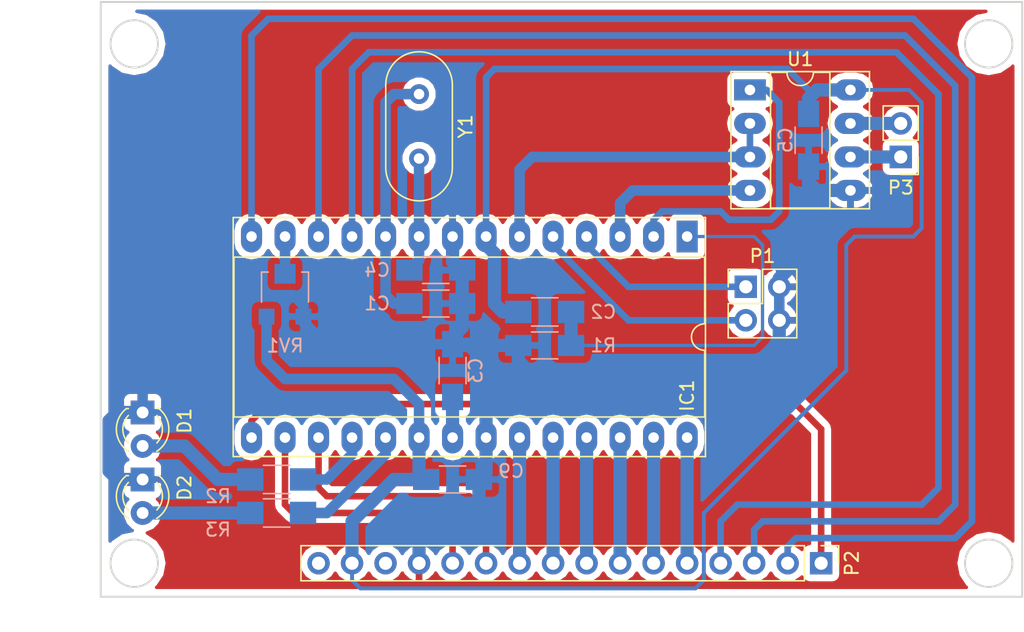
<source format=kicad_pcb>
(kicad_pcb (version 4) (host pcbnew 4.0.5)

  (general
    (links 53)
    (no_connects 0)
    (area 67.234999 33.579999 137.235001 78.815001)
    (thickness 1.6)
    (drawings 14)
    (tracks 186)
    (zones 0)
    (modules 18)
    (nets 31)
  )

  (page A4)
  (layers
    (0 F.Cu signal)
    (31 B.Cu signal)
    (32 B.Adhes user)
    (33 F.Adhes user)
    (34 B.Paste user)
    (35 F.Paste user)
    (36 B.SilkS user)
    (37 F.SilkS user)
    (38 B.Mask user)
    (39 F.Mask user)
    (40 Dwgs.User user)
    (41 Cmts.User user)
    (42 Eco1.User user)
    (43 Eco2.User user)
    (44 Edge.Cuts user)
    (45 Margin user)
    (46 B.CrtYd user)
    (47 F.CrtYd user)
    (48 B.Fab user)
    (49 F.Fab user)
  )

  (setup
    (last_trace_width 0.8)
    (user_trace_width 0.3)
    (user_trace_width 0.5)
    (user_trace_width 0.8)
    (user_trace_width 1)
    (trace_clearance 0.2)
    (zone_clearance 0.508)
    (zone_45_only no)
    (trace_min 0.2)
    (segment_width 0.2)
    (edge_width 0.15)
    (via_size 0.6)
    (via_drill 0.4)
    (via_min_size 0.4)
    (via_min_drill 0.3)
    (user_via 2 0.8)
    (uvia_size 0.3)
    (uvia_drill 0.1)
    (uvias_allowed no)
    (uvia_min_size 0.2)
    (uvia_min_drill 0.1)
    (pcb_text_width 0.3)
    (pcb_text_size 1.5 1.5)
    (mod_edge_width 0.15)
    (mod_text_size 1 1)
    (mod_text_width 0.15)
    (pad_size 1.524 1.524)
    (pad_drill 0.762)
    (pad_to_mask_clearance 0.2)
    (aux_axis_origin 0 0)
    (visible_elements 7FFFFFFF)
    (pcbplotparams
      (layerselection 0x00030_80000001)
      (usegerberextensions false)
      (excludeedgelayer true)
      (linewidth 0.100000)
      (plotframeref false)
      (viasonmask false)
      (mode 1)
      (useauxorigin false)
      (hpglpennumber 1)
      (hpglpenspeed 20)
      (hpglpendiameter 15)
      (hpglpenoverlay 2)
      (psnegative false)
      (psa4output false)
      (plotreference true)
      (plotvalue true)
      (plotinvisibletext false)
      (padsonsilk false)
      (subtractmaskfromsilk false)
      (outputformat 1)
      (mirror false)
      (drillshape 1)
      (scaleselection 1)
      (outputdirectory ""))
  )

  (net 0 "")
  (net 1 "Net-(C1-Pad1)")
  (net 2 GND)
  (net 3 /Reset)
  (net 4 "Net-(C3-Pad1)")
  (net 5 "Net-(C4-Pad1)")
  (net 6 +5V)
  (net 7 "Net-(D1-Pad2)")
  (net 8 "Net-(D2-Pad2)")
  (net 9 /DO1)
  (net 10 /Rx)
  (net 11 /1Wire)
  (net 12 /Tx)
  (net 13 /DO2)
  (net 14 "Net-(IC1-Pad4)")
  (net 15 /IO_Led)
  (net 16 "Net-(IC1-Pad5)")
  (net 17 /Fail_Led)
  (net 18 /TxE)
  (net 19 /AI0)
  (net 20 /AI1)
  (net 21 /DI0)
  (net 22 /AI2)
  (net 23 /DI1)
  (net 24 /AI3)
  (net 25 "Net-(IC1-Pad13)")
  (net 26 /SDA)
  (net 27 /DO0)
  (net 28 /SCL)
  (net 29 "Net-(P3-Pad1)")
  (net 30 "Net-(P3-Pad2)")

  (net_class Default "Это класс цепей по умолчанию."
    (clearance 0.2)
    (trace_width 0.25)
    (via_dia 0.6)
    (via_drill 0.4)
    (uvia_dia 0.3)
    (uvia_drill 0.1)
    (add_net +5V)
    (add_net /1Wire)
    (add_net /AI0)
    (add_net /AI1)
    (add_net /AI2)
    (add_net /AI3)
    (add_net /DI0)
    (add_net /DI1)
    (add_net /DO0)
    (add_net /DO1)
    (add_net /DO2)
    (add_net /Fail_Led)
    (add_net /IO_Led)
    (add_net /Reset)
    (add_net /Rx)
    (add_net /SCL)
    (add_net /SDA)
    (add_net /Tx)
    (add_net /TxE)
    (add_net GND)
    (add_net "Net-(C1-Pad1)")
    (add_net "Net-(C3-Pad1)")
    (add_net "Net-(C4-Pad1)")
    (add_net "Net-(D1-Pad2)")
    (add_net "Net-(D2-Pad2)")
    (add_net "Net-(IC1-Pad13)")
    (add_net "Net-(IC1-Pad4)")
    (add_net "Net-(IC1-Pad5)")
    (add_net "Net-(P3-Pad1)")
    (add_net "Net-(P3-Pad2)")
  )

  (module LEDs:LED_D3.0mm (layer F.Cu) (tedit 59F0EEDF) (tstamp 59F09691)
    (at 70.485 69.85 270)
    (descr "LED, diameter 3.0mm, 2 pins")
    (tags "LED diameter 3.0mm 2 pins")
    (path /58864A03)
    (fp_text reference D2 (at 0.635 -3.175 270) (layer F.SilkS)
      (effects (font (size 1 1) (thickness 0.15)))
    )
    (fp_text value Fail (at 4.445 -3.175 270) (layer F.Fab)
      (effects (font (size 1 1) (thickness 0.15)))
    )
    (fp_arc (start 1.27 0) (end -0.23 -1.16619) (angle 284.3) (layer F.Fab) (width 0.1))
    (fp_arc (start 1.27 0) (end -0.29 -1.235516) (angle 108.8) (layer F.SilkS) (width 0.12))
    (fp_arc (start 1.27 0) (end -0.29 1.235516) (angle -108.8) (layer F.SilkS) (width 0.12))
    (fp_arc (start 1.27 0) (end 0.229039 -1.08) (angle 87.9) (layer F.SilkS) (width 0.12))
    (fp_arc (start 1.27 0) (end 0.229039 1.08) (angle -87.9) (layer F.SilkS) (width 0.12))
    (fp_circle (center 1.27 0) (end 2.77 0) (layer F.Fab) (width 0.1))
    (fp_line (start -0.23 -1.16619) (end -0.23 1.16619) (layer F.Fab) (width 0.1))
    (fp_line (start -0.29 -1.236) (end -0.29 -1.08) (layer F.SilkS) (width 0.12))
    (fp_line (start -0.29 1.08) (end -0.29 1.236) (layer F.SilkS) (width 0.12))
    (fp_line (start -1.15 -2.25) (end -1.15 2.25) (layer F.CrtYd) (width 0.05))
    (fp_line (start -1.15 2.25) (end 3.7 2.25) (layer F.CrtYd) (width 0.05))
    (fp_line (start 3.7 2.25) (end 3.7 -2.25) (layer F.CrtYd) (width 0.05))
    (fp_line (start 3.7 -2.25) (end -1.15 -2.25) (layer F.CrtYd) (width 0.05))
    (pad 1 thru_hole rect (at 0 0 270) (size 1.8 1.8) (drill 0.9) (layers *.Cu *.Mask)
      (net 2 GND))
    (pad 2 thru_hole circle (at 2.54 0 270) (size 1.8 1.8) (drill 0.9) (layers *.Cu *.Mask)
      (net 8 "Net-(D2-Pad2)"))
    (model ${KISYS3DMOD}/LEDs.3dshapes/LED_D3.0mm.wrl
      (at (xyz 0 0 0))
      (scale (xyz 0.393701 0.393701 0.393701))
      (rotate (xyz 0 0 0))
    )
  )

  (module Capacitors_SMD:C_1206_HandSoldering (layer B.Cu) (tedit 59F0EEAD) (tstamp 59F09667)
    (at 92.71 56.515)
    (descr "Capacitor SMD 1206, hand soldering")
    (tags "capacitor 1206")
    (path /588649C3)
    (attr smd)
    (fp_text reference C1 (at -4.445 0) (layer B.SilkS)
      (effects (font (size 1 1) (thickness 0.15)) (justify mirror))
    )
    (fp_text value 18pF (at 0.635 0) (layer B.Fab)
      (effects (font (size 1 1) (thickness 0.15)) (justify mirror))
    )
    (fp_text user %R (at 3.81 0) (layer B.Fab)
      (effects (font (size 1 1) (thickness 0.15)) (justify mirror))
    )
    (fp_line (start -1.6 -0.8) (end -1.6 0.8) (layer B.Fab) (width 0.1))
    (fp_line (start 1.6 -0.8) (end -1.6 -0.8) (layer B.Fab) (width 0.1))
    (fp_line (start 1.6 0.8) (end 1.6 -0.8) (layer B.Fab) (width 0.1))
    (fp_line (start -1.6 0.8) (end 1.6 0.8) (layer B.Fab) (width 0.1))
    (fp_line (start 1 1.02) (end -1 1.02) (layer B.SilkS) (width 0.12))
    (fp_line (start -1 -1.02) (end 1 -1.02) (layer B.SilkS) (width 0.12))
    (fp_line (start -3.25 1.05) (end 3.25 1.05) (layer B.CrtYd) (width 0.05))
    (fp_line (start -3.25 1.05) (end -3.25 -1.05) (layer B.CrtYd) (width 0.05))
    (fp_line (start 3.25 -1.05) (end 3.25 1.05) (layer B.CrtYd) (width 0.05))
    (fp_line (start 3.25 -1.05) (end -3.25 -1.05) (layer B.CrtYd) (width 0.05))
    (pad 1 smd rect (at -2 0) (size 2 1.6) (layers B.Cu B.Paste B.Mask)
      (net 1 "Net-(C1-Pad1)"))
    (pad 2 smd rect (at 2 0) (size 2 1.6) (layers B.Cu B.Paste B.Mask)
      (net 2 GND))
    (model Capacitors_SMD.3dshapes/C_1206.wrl
      (at (xyz 0 0 0))
      (scale (xyz 1 1 1))
      (rotate (xyz 0 0 0))
    )
  )

  (module Capacitors_SMD:C_1206_HandSoldering (layer B.Cu) (tedit 59F0EE95) (tstamp 59F0966D)
    (at 100.965 59.69 180)
    (descr "Capacitor SMD 1206, hand soldering")
    (tags "capacitor 1206")
    (path /588649C8)
    (attr smd)
    (fp_text reference C2 (at -4.445 2.54 180) (layer B.SilkS)
      (effects (font (size 1 1) (thickness 0.15)) (justify mirror))
    )
    (fp_text value 1,0 (at 0 -2 180) (layer B.Fab)
      (effects (font (size 1 1) (thickness 0.15)) (justify mirror))
    )
    (fp_text user %R (at -2.54 -1.905 180) (layer B.Fab)
      (effects (font (size 1 1) (thickness 0.15)) (justify mirror))
    )
    (fp_line (start -1.6 -0.8) (end -1.6 0.8) (layer B.Fab) (width 0.1))
    (fp_line (start 1.6 -0.8) (end -1.6 -0.8) (layer B.Fab) (width 0.1))
    (fp_line (start 1.6 0.8) (end 1.6 -0.8) (layer B.Fab) (width 0.1))
    (fp_line (start -1.6 0.8) (end 1.6 0.8) (layer B.Fab) (width 0.1))
    (fp_line (start 1 1.02) (end -1 1.02) (layer B.SilkS) (width 0.12))
    (fp_line (start -1 -1.02) (end 1 -1.02) (layer B.SilkS) (width 0.12))
    (fp_line (start -3.25 1.05) (end 3.25 1.05) (layer B.CrtYd) (width 0.05))
    (fp_line (start -3.25 1.05) (end -3.25 -1.05) (layer B.CrtYd) (width 0.05))
    (fp_line (start 3.25 -1.05) (end 3.25 1.05) (layer B.CrtYd) (width 0.05))
    (fp_line (start 3.25 -1.05) (end -3.25 -1.05) (layer B.CrtYd) (width 0.05))
    (pad 1 smd rect (at -2 0 180) (size 2 1.6) (layers B.Cu B.Paste B.Mask)
      (net 3 /Reset))
    (pad 2 smd rect (at 2 0 180) (size 2 1.6) (layers B.Cu B.Paste B.Mask)
      (net 2 GND))
    (model Capacitors_SMD.3dshapes/C_1206.wrl
      (at (xyz 0 0 0))
      (scale (xyz 1 1 1))
      (rotate (xyz 0 0 0))
    )
  )

  (module Capacitors_SMD:C_1206_HandSoldering (layer B.Cu) (tedit 58AA84D1) (tstamp 59F09673)
    (at 93.98 61.595 90)
    (descr "Capacitor SMD 1206, hand soldering")
    (tags "capacitor 1206")
    (path /588649C7)
    (attr smd)
    (fp_text reference C3 (at 0 1.75 90) (layer B.SilkS)
      (effects (font (size 1 1) (thickness 0.15)) (justify mirror))
    )
    (fp_text value 1,0 (at 0 -2 90) (layer B.Fab)
      (effects (font (size 1 1) (thickness 0.15)) (justify mirror))
    )
    (fp_text user %R (at 0 1.75 90) (layer B.Fab)
      (effects (font (size 1 1) (thickness 0.15)) (justify mirror))
    )
    (fp_line (start -1.6 -0.8) (end -1.6 0.8) (layer B.Fab) (width 0.1))
    (fp_line (start 1.6 -0.8) (end -1.6 -0.8) (layer B.Fab) (width 0.1))
    (fp_line (start 1.6 0.8) (end 1.6 -0.8) (layer B.Fab) (width 0.1))
    (fp_line (start -1.6 0.8) (end 1.6 0.8) (layer B.Fab) (width 0.1))
    (fp_line (start 1 1.02) (end -1 1.02) (layer B.SilkS) (width 0.12))
    (fp_line (start -1 -1.02) (end 1 -1.02) (layer B.SilkS) (width 0.12))
    (fp_line (start -3.25 1.05) (end 3.25 1.05) (layer B.CrtYd) (width 0.05))
    (fp_line (start -3.25 1.05) (end -3.25 -1.05) (layer B.CrtYd) (width 0.05))
    (fp_line (start 3.25 -1.05) (end 3.25 1.05) (layer B.CrtYd) (width 0.05))
    (fp_line (start 3.25 -1.05) (end -3.25 -1.05) (layer B.CrtYd) (width 0.05))
    (pad 1 smd rect (at -2 0 90) (size 2 1.6) (layers B.Cu B.Paste B.Mask)
      (net 4 "Net-(C3-Pad1)"))
    (pad 2 smd rect (at 2 0 90) (size 2 1.6) (layers B.Cu B.Paste B.Mask)
      (net 2 GND))
    (model Capacitors_SMD.3dshapes/C_1206.wrl
      (at (xyz 0 0 0))
      (scale (xyz 1 1 1))
      (rotate (xyz 0 0 0))
    )
  )

  (module Capacitors_SMD:C_1206_HandSoldering (layer B.Cu) (tedit 59F0EEB1) (tstamp 59F09679)
    (at 92.71 53.975)
    (descr "Capacitor SMD 1206, hand soldering")
    (tags "capacitor 1206")
    (path /588649C4)
    (attr smd)
    (fp_text reference C4 (at -4.445 0) (layer B.SilkS)
      (effects (font (size 1 1) (thickness 0.15)) (justify mirror))
    )
    (fp_text value 18pF (at 0 0) (layer B.Fab)
      (effects (font (size 1 1) (thickness 0.15)) (justify mirror))
    )
    (fp_text user %R (at 3.81 0) (layer B.Fab)
      (effects (font (size 1 1) (thickness 0.15)) (justify mirror))
    )
    (fp_line (start -1.6 -0.8) (end -1.6 0.8) (layer B.Fab) (width 0.1))
    (fp_line (start 1.6 -0.8) (end -1.6 -0.8) (layer B.Fab) (width 0.1))
    (fp_line (start 1.6 0.8) (end 1.6 -0.8) (layer B.Fab) (width 0.1))
    (fp_line (start -1.6 0.8) (end 1.6 0.8) (layer B.Fab) (width 0.1))
    (fp_line (start 1 1.02) (end -1 1.02) (layer B.SilkS) (width 0.12))
    (fp_line (start -1 -1.02) (end 1 -1.02) (layer B.SilkS) (width 0.12))
    (fp_line (start -3.25 1.05) (end 3.25 1.05) (layer B.CrtYd) (width 0.05))
    (fp_line (start -3.25 1.05) (end -3.25 -1.05) (layer B.CrtYd) (width 0.05))
    (fp_line (start 3.25 -1.05) (end 3.25 1.05) (layer B.CrtYd) (width 0.05))
    (fp_line (start 3.25 -1.05) (end -3.25 -1.05) (layer B.CrtYd) (width 0.05))
    (pad 1 smd rect (at -2 0) (size 2 1.6) (layers B.Cu B.Paste B.Mask)
      (net 5 "Net-(C4-Pad1)"))
    (pad 2 smd rect (at 2 0) (size 2 1.6) (layers B.Cu B.Paste B.Mask)
      (net 2 GND))
    (model Capacitors_SMD.3dshapes/C_1206.wrl
      (at (xyz 0 0 0))
      (scale (xyz 1 1 1))
      (rotate (xyz 0 0 0))
    )
  )

  (module Capacitors_SMD:C_1206_HandSoldering (layer B.Cu) (tedit 59F0EF18) (tstamp 59F0967F)
    (at 120.9675 44.1325 270)
    (descr "Capacitor SMD 1206, hand soldering")
    (tags "capacitor 1206")
    (path /58864A12)
    (attr smd)
    (fp_text reference C5 (at 0 1.75 270) (layer B.SilkS)
      (effects (font (size 1 1) (thickness 0.15)) (justify mirror))
    )
    (fp_text value 0,1 (at 0.3175 -0.3175 270) (layer B.Fab)
      (effects (font (size 1 1) (thickness 0.15)) (justify mirror))
    )
    (fp_text user %R (at 0 1.75 270) (layer B.Fab)
      (effects (font (size 1 1) (thickness 0.15)) (justify mirror))
    )
    (fp_line (start -1.6 -0.8) (end -1.6 0.8) (layer B.Fab) (width 0.1))
    (fp_line (start 1.6 -0.8) (end -1.6 -0.8) (layer B.Fab) (width 0.1))
    (fp_line (start 1.6 0.8) (end 1.6 -0.8) (layer B.Fab) (width 0.1))
    (fp_line (start -1.6 0.8) (end 1.6 0.8) (layer B.Fab) (width 0.1))
    (fp_line (start 1 1.02) (end -1 1.02) (layer B.SilkS) (width 0.12))
    (fp_line (start -1 -1.02) (end 1 -1.02) (layer B.SilkS) (width 0.12))
    (fp_line (start -3.25 1.05) (end 3.25 1.05) (layer B.CrtYd) (width 0.05))
    (fp_line (start -3.25 1.05) (end -3.25 -1.05) (layer B.CrtYd) (width 0.05))
    (fp_line (start 3.25 -1.05) (end 3.25 1.05) (layer B.CrtYd) (width 0.05))
    (fp_line (start 3.25 -1.05) (end -3.25 -1.05) (layer B.CrtYd) (width 0.05))
    (pad 1 smd rect (at -2 0 270) (size 2 1.6) (layers B.Cu B.Paste B.Mask)
      (net 6 +5V))
    (pad 2 smd rect (at 2 0 270) (size 2 1.6) (layers B.Cu B.Paste B.Mask)
      (net 2 GND))
    (model Capacitors_SMD.3dshapes/C_1206.wrl
      (at (xyz 0 0 0))
      (scale (xyz 1 1 1))
      (rotate (xyz 0 0 0))
    )
  )

  (module Capacitors_SMD:C_1206_HandSoldering (layer B.Cu) (tedit 59F0EEF1) (tstamp 59F09685)
    (at 93.98 69.85 180)
    (descr "Capacitor SMD 1206, hand soldering")
    (tags "capacitor 1206")
    (path /58864A1D)
    (attr smd)
    (fp_text reference C9 (at -4.445 0.635 180) (layer B.SilkS)
      (effects (font (size 1 1) (thickness 0.15)) (justify mirror))
    )
    (fp_text value 0,1 (at 0 0 180) (layer B.Fab)
      (effects (font (size 1 1) (thickness 0.15)) (justify mirror))
    )
    (fp_text user %R (at -4.445 -0.635 180) (layer B.Fab)
      (effects (font (size 1 1) (thickness 0.15)) (justify mirror))
    )
    (fp_line (start -1.6 -0.8) (end -1.6 0.8) (layer B.Fab) (width 0.1))
    (fp_line (start 1.6 -0.8) (end -1.6 -0.8) (layer B.Fab) (width 0.1))
    (fp_line (start 1.6 0.8) (end 1.6 -0.8) (layer B.Fab) (width 0.1))
    (fp_line (start -1.6 0.8) (end 1.6 0.8) (layer B.Fab) (width 0.1))
    (fp_line (start 1 1.02) (end -1 1.02) (layer B.SilkS) (width 0.12))
    (fp_line (start -1 -1.02) (end 1 -1.02) (layer B.SilkS) (width 0.12))
    (fp_line (start -3.25 1.05) (end 3.25 1.05) (layer B.CrtYd) (width 0.05))
    (fp_line (start -3.25 1.05) (end -3.25 -1.05) (layer B.CrtYd) (width 0.05))
    (fp_line (start 3.25 -1.05) (end 3.25 1.05) (layer B.CrtYd) (width 0.05))
    (fp_line (start 3.25 -1.05) (end -3.25 -1.05) (layer B.CrtYd) (width 0.05))
    (pad 1 smd rect (at -2 0 180) (size 2 1.6) (layers B.Cu B.Paste B.Mask)
      (net 2 GND))
    (pad 2 smd rect (at 2 0 180) (size 2 1.6) (layers B.Cu B.Paste B.Mask)
      (net 6 +5V))
    (model Capacitors_SMD.3dshapes/C_1206.wrl
      (at (xyz 0 0 0))
      (scale (xyz 1 1 1))
      (rotate (xyz 0 0 0))
    )
  )

  (module LEDs:LED_D3.0mm (layer F.Cu) (tedit 59F0EEE2) (tstamp 59F0968B)
    (at 70.485 64.77 270)
    (descr "LED, diameter 3.0mm, 2 pins")
    (tags "LED diameter 3.0mm 2 pins")
    (path /58864A02)
    (fp_text reference D1 (at 0.635 -3.175 270) (layer F.SilkS)
      (effects (font (size 1 1) (thickness 0.15)))
    )
    (fp_text value IO (at -1.27 -3.175 270) (layer F.Fab)
      (effects (font (size 1 1) (thickness 0.15)))
    )
    (fp_arc (start 1.27 0) (end -0.23 -1.16619) (angle 284.3) (layer F.Fab) (width 0.1))
    (fp_arc (start 1.27 0) (end -0.29 -1.235516) (angle 108.8) (layer F.SilkS) (width 0.12))
    (fp_arc (start 1.27 0) (end -0.29 1.235516) (angle -108.8) (layer F.SilkS) (width 0.12))
    (fp_arc (start 1.27 0) (end 0.229039 -1.08) (angle 87.9) (layer F.SilkS) (width 0.12))
    (fp_arc (start 1.27 0) (end 0.229039 1.08) (angle -87.9) (layer F.SilkS) (width 0.12))
    (fp_circle (center 1.27 0) (end 2.77 0) (layer F.Fab) (width 0.1))
    (fp_line (start -0.23 -1.16619) (end -0.23 1.16619) (layer F.Fab) (width 0.1))
    (fp_line (start -0.29 -1.236) (end -0.29 -1.08) (layer F.SilkS) (width 0.12))
    (fp_line (start -0.29 1.08) (end -0.29 1.236) (layer F.SilkS) (width 0.12))
    (fp_line (start -1.15 -2.25) (end -1.15 2.25) (layer F.CrtYd) (width 0.05))
    (fp_line (start -1.15 2.25) (end 3.7 2.25) (layer F.CrtYd) (width 0.05))
    (fp_line (start 3.7 2.25) (end 3.7 -2.25) (layer F.CrtYd) (width 0.05))
    (fp_line (start 3.7 -2.25) (end -1.15 -2.25) (layer F.CrtYd) (width 0.05))
    (pad 1 thru_hole rect (at 0 0 270) (size 1.8 1.8) (drill 0.9) (layers *.Cu *.Mask)
      (net 2 GND))
    (pad 2 thru_hole circle (at 2.54 0 270) (size 1.8 1.8) (drill 0.9) (layers *.Cu *.Mask)
      (net 7 "Net-(D1-Pad2)"))
    (model ${KISYS3DMOD}/LEDs.3dshapes/LED_D3.0mm.wrl
      (at (xyz 0 0 0))
      (scale (xyz 0.393701 0.393701 0.393701))
      (rotate (xyz 0 0 0))
    )
  )

  (module Housings_DIP:DIP-28_W15.24mm_Socket_LongPads (layer F.Cu) (tedit 59F0EEA5) (tstamp 59F096B1)
    (at 111.76 51.435 270)
    (descr "28-lead though-hole mounted DIP package, row spacing 15.24 mm (600 mils), Socket, LongPads")
    (tags "THT DIP DIL PDIP 2.54mm 15.24mm 600mil Socket LongPads")
    (path /588649AF)
    (fp_text reference IC1 (at 12.065 0 270) (layer F.SilkS)
      (effects (font (size 1 1) (thickness 0.15)))
    )
    (fp_text value ATMEGA8-P (at 7.62 35.35 270) (layer F.Fab)
      (effects (font (size 1 1) (thickness 0.15)))
    )
    (fp_arc (start 7.62 -1.33) (end 6.62 -1.33) (angle -180) (layer F.SilkS) (width 0.12))
    (fp_line (start 1.255 -1.27) (end 14.985 -1.27) (layer F.Fab) (width 0.1))
    (fp_line (start 14.985 -1.27) (end 14.985 34.29) (layer F.Fab) (width 0.1))
    (fp_line (start 14.985 34.29) (end 0.255 34.29) (layer F.Fab) (width 0.1))
    (fp_line (start 0.255 34.29) (end 0.255 -0.27) (layer F.Fab) (width 0.1))
    (fp_line (start 0.255 -0.27) (end 1.255 -1.27) (layer F.Fab) (width 0.1))
    (fp_line (start -1.27 -1.33) (end -1.27 34.35) (layer F.Fab) (width 0.1))
    (fp_line (start -1.27 34.35) (end 16.51 34.35) (layer F.Fab) (width 0.1))
    (fp_line (start 16.51 34.35) (end 16.51 -1.33) (layer F.Fab) (width 0.1))
    (fp_line (start 16.51 -1.33) (end -1.27 -1.33) (layer F.Fab) (width 0.1))
    (fp_line (start 6.62 -1.33) (end 1.56 -1.33) (layer F.SilkS) (width 0.12))
    (fp_line (start 1.56 -1.33) (end 1.56 34.35) (layer F.SilkS) (width 0.12))
    (fp_line (start 1.56 34.35) (end 13.68 34.35) (layer F.SilkS) (width 0.12))
    (fp_line (start 13.68 34.35) (end 13.68 -1.33) (layer F.SilkS) (width 0.12))
    (fp_line (start 13.68 -1.33) (end 8.62 -1.33) (layer F.SilkS) (width 0.12))
    (fp_line (start -1.44 -1.39) (end -1.44 34.41) (layer F.SilkS) (width 0.12))
    (fp_line (start -1.44 34.41) (end 16.68 34.41) (layer F.SilkS) (width 0.12))
    (fp_line (start 16.68 34.41) (end 16.68 -1.39) (layer F.SilkS) (width 0.12))
    (fp_line (start 16.68 -1.39) (end -1.44 -1.39) (layer F.SilkS) (width 0.12))
    (fp_line (start -1.55 -1.6) (end -1.55 34.65) (layer F.CrtYd) (width 0.05))
    (fp_line (start -1.55 34.65) (end 16.8 34.65) (layer F.CrtYd) (width 0.05))
    (fp_line (start 16.8 34.65) (end 16.8 -1.6) (layer F.CrtYd) (width 0.05))
    (fp_line (start 16.8 -1.6) (end -1.55 -1.6) (layer F.CrtYd) (width 0.05))
    (fp_text user %R (at 3.175 0 270) (layer F.Fab)
      (effects (font (size 1 1) (thickness 0.15)))
    )
    (pad 1 thru_hole rect (at 0 0 270) (size 2.4 1.6) (drill 0.8) (layers *.Cu *.Mask)
      (net 3 /Reset))
    (pad 15 thru_hole oval (at 15.24 33.02 270) (size 2.4 1.6) (drill 0.8) (layers *.Cu *.Mask)
      (net 9 /DO1))
    (pad 2 thru_hole oval (at 0 2.54 270) (size 2.4 1.6) (drill 0.8) (layers *.Cu *.Mask)
      (net 10 /Rx))
    (pad 16 thru_hole oval (at 15.24 30.48 270) (size 2.4 1.6) (drill 0.8) (layers *.Cu *.Mask)
      (net 11 /1Wire))
    (pad 3 thru_hole oval (at 0 5.08 270) (size 2.4 1.6) (drill 0.8) (layers *.Cu *.Mask)
      (net 12 /Tx))
    (pad 17 thru_hole oval (at 15.24 27.94 270) (size 2.4 1.6) (drill 0.8) (layers *.Cu *.Mask)
      (net 13 /DO2))
    (pad 4 thru_hole oval (at 0 7.62 270) (size 2.4 1.6) (drill 0.8) (layers *.Cu *.Mask)
      (net 14 "Net-(IC1-Pad4)"))
    (pad 18 thru_hole oval (at 15.24 25.4 270) (size 2.4 1.6) (drill 0.8) (layers *.Cu *.Mask)
      (net 15 /IO_Led))
    (pad 5 thru_hole oval (at 0 10.16 270) (size 2.4 1.6) (drill 0.8) (layers *.Cu *.Mask)
      (net 16 "Net-(IC1-Pad5)"))
    (pad 19 thru_hole oval (at 15.24 22.86 270) (size 2.4 1.6) (drill 0.8) (layers *.Cu *.Mask)
      (net 17 /Fail_Led))
    (pad 6 thru_hole oval (at 0 12.7 270) (size 2.4 1.6) (drill 0.8) (layers *.Cu *.Mask)
      (net 18 /TxE))
    (pad 20 thru_hole oval (at 15.24 20.32 270) (size 2.4 1.6) (drill 0.8) (layers *.Cu *.Mask)
      (net 6 +5V))
    (pad 7 thru_hole oval (at 0 15.24 270) (size 2.4 1.6) (drill 0.8) (layers *.Cu *.Mask)
      (net 6 +5V))
    (pad 21 thru_hole oval (at 15.24 17.78 270) (size 2.4 1.6) (drill 0.8) (layers *.Cu *.Mask)
      (net 4 "Net-(C3-Pad1)"))
    (pad 8 thru_hole oval (at 0 17.78 270) (size 2.4 1.6) (drill 0.8) (layers *.Cu *.Mask)
      (net 2 GND))
    (pad 22 thru_hole oval (at 15.24 15.24 270) (size 2.4 1.6) (drill 0.8) (layers *.Cu *.Mask)
      (net 2 GND))
    (pad 9 thru_hole oval (at 0 20.32 270) (size 2.4 1.6) (drill 0.8) (layers *.Cu *.Mask)
      (net 5 "Net-(C4-Pad1)"))
    (pad 23 thru_hole oval (at 15.24 12.7 270) (size 2.4 1.6) (drill 0.8) (layers *.Cu *.Mask)
      (net 19 /AI0))
    (pad 10 thru_hole oval (at 0 22.86 270) (size 2.4 1.6) (drill 0.8) (layers *.Cu *.Mask)
      (net 1 "Net-(C1-Pad1)"))
    (pad 24 thru_hole oval (at 15.24 10.16 270) (size 2.4 1.6) (drill 0.8) (layers *.Cu *.Mask)
      (net 20 /AI1))
    (pad 11 thru_hole oval (at 0 25.4 270) (size 2.4 1.6) (drill 0.8) (layers *.Cu *.Mask)
      (net 21 /DI0))
    (pad 25 thru_hole oval (at 15.24 7.62 270) (size 2.4 1.6) (drill 0.8) (layers *.Cu *.Mask)
      (net 22 /AI2))
    (pad 12 thru_hole oval (at 0 27.94 270) (size 2.4 1.6) (drill 0.8) (layers *.Cu *.Mask)
      (net 23 /DI1))
    (pad 26 thru_hole oval (at 15.24 5.08 270) (size 2.4 1.6) (drill 0.8) (layers *.Cu *.Mask)
      (net 24 /AI3))
    (pad 13 thru_hole oval (at 0 30.48 270) (size 2.4 1.6) (drill 0.8) (layers *.Cu *.Mask)
      (net 25 "Net-(IC1-Pad13)"))
    (pad 27 thru_hole oval (at 15.24 2.54 270) (size 2.4 1.6) (drill 0.8) (layers *.Cu *.Mask)
      (net 26 /SDA))
    (pad 14 thru_hole oval (at 0 33.02 270) (size 2.4 1.6) (drill 0.8) (layers *.Cu *.Mask)
      (net 27 /DO0))
    (pad 28 thru_hole oval (at 15.24 0 270) (size 2.4 1.6) (drill 0.8) (layers *.Cu *.Mask)
      (net 28 /SCL))
    (model ${KISYS3DMOD}/Housings_DIP.3dshapes/DIP-28_W15.24mm_Socket.wrl
      (at (xyz 0 0 0))
      (scale (xyz 1 1 1))
      (rotate (xyz 0 0 0))
    )
  )

  (module Pin_Headers:Pin_Header_Straight_1x16_Pitch2.54mm (layer F.Cu) (tedit 59650532) (tstamp 59F096C5)
    (at 121.92 76.2 270)
    (descr "Through hole straight pin header, 1x16, 2.54mm pitch, single row")
    (tags "Through hole pin header THT 1x16 2.54mm single row")
    (path /59F0B44B)
    (fp_text reference P2 (at 0 -2.33 270) (layer F.SilkS)
      (effects (font (size 1 1) (thickness 0.15)))
    )
    (fp_text value Bus (at 0 40.43 270) (layer F.Fab)
      (effects (font (size 1 1) (thickness 0.15)))
    )
    (fp_line (start -0.635 -1.27) (end 1.27 -1.27) (layer F.Fab) (width 0.1))
    (fp_line (start 1.27 -1.27) (end 1.27 39.37) (layer F.Fab) (width 0.1))
    (fp_line (start 1.27 39.37) (end -1.27 39.37) (layer F.Fab) (width 0.1))
    (fp_line (start -1.27 39.37) (end -1.27 -0.635) (layer F.Fab) (width 0.1))
    (fp_line (start -1.27 -0.635) (end -0.635 -1.27) (layer F.Fab) (width 0.1))
    (fp_line (start -1.33 39.43) (end 1.33 39.43) (layer F.SilkS) (width 0.12))
    (fp_line (start -1.33 1.27) (end -1.33 39.43) (layer F.SilkS) (width 0.12))
    (fp_line (start 1.33 1.27) (end 1.33 39.43) (layer F.SilkS) (width 0.12))
    (fp_line (start -1.33 1.27) (end 1.33 1.27) (layer F.SilkS) (width 0.12))
    (fp_line (start -1.33 0) (end -1.33 -1.33) (layer F.SilkS) (width 0.12))
    (fp_line (start -1.33 -1.33) (end 0 -1.33) (layer F.SilkS) (width 0.12))
    (fp_line (start -1.8 -1.8) (end -1.8 39.9) (layer F.CrtYd) (width 0.05))
    (fp_line (start -1.8 39.9) (end 1.8 39.9) (layer F.CrtYd) (width 0.05))
    (fp_line (start 1.8 39.9) (end 1.8 -1.8) (layer F.CrtYd) (width 0.05))
    (fp_line (start 1.8 -1.8) (end -1.8 -1.8) (layer F.CrtYd) (width 0.05))
    (fp_text user %R (at 0 19.05 360) (layer F.Fab)
      (effects (font (size 1 1) (thickness 0.15)))
    )
    (pad 1 thru_hole rect (at 0 0 270) (size 1.7 1.7) (drill 1) (layers *.Cu *.Mask)
      (net 9 /DO1))
    (pad 2 thru_hole oval (at 0 2.54 270) (size 1.7 1.7) (drill 1) (layers *.Cu *.Mask)
      (net 27 /DO0))
    (pad 3 thru_hole oval (at 0 5.08 270) (size 1.7 1.7) (drill 1) (layers *.Cu *.Mask)
      (net 23 /DI1))
    (pad 4 thru_hole oval (at 0 7.62 270) (size 1.7 1.7) (drill 1) (layers *.Cu *.Mask)
      (net 21 /DI0))
    (pad 5 thru_hole oval (at 0 10.16 270) (size 1.7 1.7) (drill 1) (layers *.Cu *.Mask)
      (net 28 /SCL))
    (pad 6 thru_hole oval (at 0 12.7 270) (size 1.7 1.7) (drill 1) (layers *.Cu *.Mask)
      (net 26 /SDA))
    (pad 7 thru_hole oval (at 0 15.24 270) (size 1.7 1.7) (drill 1) (layers *.Cu *.Mask)
      (net 24 /AI3))
    (pad 8 thru_hole oval (at 0 17.78 270) (size 1.7 1.7) (drill 1) (layers *.Cu *.Mask)
      (net 22 /AI2))
    (pad 9 thru_hole oval (at 0 20.32 270) (size 1.7 1.7) (drill 1) (layers *.Cu *.Mask)
      (net 20 /AI1))
    (pad 10 thru_hole oval (at 0 22.86 270) (size 1.7 1.7) (drill 1) (layers *.Cu *.Mask)
      (net 19 /AI0))
    (pad 11 thru_hole oval (at 0 25.4 270) (size 1.7 1.7) (drill 1) (layers *.Cu *.Mask)
      (net 13 /DO2))
    (pad 12 thru_hole oval (at 0 27.94 270) (size 1.7 1.7) (drill 1) (layers *.Cu *.Mask)
      (net 11 /1Wire))
    (pad 13 thru_hole oval (at 0 30.48 270) (size 1.7 1.7) (drill 1) (layers *.Cu *.Mask)
      (net 2 GND))
    (pad 14 thru_hole oval (at 0 33.02 270) (size 1.7 1.7) (drill 1) (layers *.Cu *.Mask))
    (pad 15 thru_hole oval (at 0 35.56 270) (size 1.7 1.7) (drill 1) (layers *.Cu *.Mask)
      (net 6 +5V))
    (pad 16 thru_hole oval (at 0 38.1 270) (size 1.7 1.7) (drill 1) (layers *.Cu *.Mask))
    (model ${KISYS3DMOD}/Pin_Headers.3dshapes/Pin_Header_Straight_1x16_Pitch2.54mm.wrl
      (at (xyz 0 0 0))
      (scale (xyz 1 1 1))
      (rotate (xyz 0 0 0))
    )
  )

  (module Pin_Headers:Pin_Header_Straight_1x02_Pitch2.54mm (layer F.Cu) (tedit 59F0FC3E) (tstamp 59F096CB)
    (at 127.9525 45.4025 180)
    (descr "Through hole straight pin header, 1x02, 2.54mm pitch, single row")
    (tags "Through hole pin header THT 1x02 2.54mm single row")
    (path /59F0979D)
    (fp_text reference P3 (at 0 -2.33 180) (layer F.SilkS)
      (effects (font (size 1 1) (thickness 0.15)))
    )
    (fp_text value RS485 (at 0 4.87 180) (layer F.Fab)
      (effects (font (size 1 1) (thickness 0.15)))
    )
    (fp_line (start -0.635 -1.27) (end 1.27 -1.27) (layer F.Fab) (width 0.1))
    (fp_line (start 1.27 -1.27) (end 1.27 3.81) (layer F.Fab) (width 0.1))
    (fp_line (start 1.27 3.81) (end -1.27 3.81) (layer F.Fab) (width 0.1))
    (fp_line (start -1.27 3.81) (end -1.27 -0.635) (layer F.Fab) (width 0.1))
    (fp_line (start -1.27 -0.635) (end -0.635 -1.27) (layer F.Fab) (width 0.1))
    (fp_line (start -1.33 3.87) (end 1.33 3.87) (layer F.SilkS) (width 0.12))
    (fp_line (start -1.33 1.27) (end -1.33 3.87) (layer F.SilkS) (width 0.12))
    (fp_line (start 1.33 1.27) (end 1.33 3.87) (layer F.SilkS) (width 0.12))
    (fp_line (start -1.33 1.27) (end 1.33 1.27) (layer F.SilkS) (width 0.12))
    (fp_line (start -1.33 0) (end -1.33 -1.33) (layer F.SilkS) (width 0.12))
    (fp_line (start -1.33 -1.33) (end 0 -1.33) (layer F.SilkS) (width 0.12))
    (fp_line (start -1.8 -1.8) (end -1.8 4.35) (layer F.CrtYd) (width 0.05))
    (fp_line (start -1.8 4.35) (end 1.8 4.35) (layer F.CrtYd) (width 0.05))
    (fp_line (start 1.8 4.35) (end 1.8 -1.8) (layer F.CrtYd) (width 0.05))
    (fp_line (start 1.8 -1.8) (end -1.8 -1.8) (layer F.CrtYd) (width 0.05))
    (fp_text user %R (at -0.9525 6.6675 360) (layer F.Fab)
      (effects (font (size 1 1) (thickness 0.15)))
    )
    (pad 1 thru_hole rect (at 0 0 180) (size 1.7 1.7) (drill 1) (layers *.Cu *.Mask)
      (net 29 "Net-(P3-Pad1)"))
    (pad 2 thru_hole oval (at 0 2.54 180) (size 1.7 1.7) (drill 1) (layers *.Cu *.Mask)
      (net 30 "Net-(P3-Pad2)"))
    (model ${KISYS3DMOD}/Pin_Headers.3dshapes/Pin_Header_Straight_1x02_Pitch2.54mm.wrl
      (at (xyz 0 0 0))
      (scale (xyz 1 1 1))
      (rotate (xyz 0 0 0))
    )
  )

  (module Resistors_SMD:R_1206_HandSoldering (layer B.Cu) (tedit 59F0EE99) (tstamp 59F096D1)
    (at 100.965 57.15)
    (descr "Resistor SMD 1206, hand soldering")
    (tags "resistor 1206")
    (path /588649C9)
    (attr smd)
    (fp_text reference R1 (at 4.445 2.54) (layer B.SilkS)
      (effects (font (size 1 1) (thickness 0.15)) (justify mirror))
    )
    (fp_text value 1k (at 0 -1.9) (layer B.Fab)
      (effects (font (size 1 1) (thickness 0.15)) (justify mirror))
    )
    (fp_text user %R (at 1.905 -1.905) (layer B.Fab)
      (effects (font (size 0.7 0.7) (thickness 0.105)) (justify mirror))
    )
    (fp_line (start -1.6 -0.8) (end -1.6 0.8) (layer B.Fab) (width 0.1))
    (fp_line (start 1.6 -0.8) (end -1.6 -0.8) (layer B.Fab) (width 0.1))
    (fp_line (start 1.6 0.8) (end 1.6 -0.8) (layer B.Fab) (width 0.1))
    (fp_line (start -1.6 0.8) (end 1.6 0.8) (layer B.Fab) (width 0.1))
    (fp_line (start 1 -1.07) (end -1 -1.07) (layer B.SilkS) (width 0.12))
    (fp_line (start -1 1.07) (end 1 1.07) (layer B.SilkS) (width 0.12))
    (fp_line (start -3.25 1.11) (end 3.25 1.11) (layer B.CrtYd) (width 0.05))
    (fp_line (start -3.25 1.11) (end -3.25 -1.1) (layer B.CrtYd) (width 0.05))
    (fp_line (start 3.25 -1.1) (end 3.25 1.11) (layer B.CrtYd) (width 0.05))
    (fp_line (start 3.25 -1.1) (end -3.25 -1.1) (layer B.CrtYd) (width 0.05))
    (pad 1 smd rect (at -2 0) (size 2 1.7) (layers B.Cu B.Paste B.Mask)
      (net 6 +5V))
    (pad 2 smd rect (at 2 0) (size 2 1.7) (layers B.Cu B.Paste B.Mask)
      (net 3 /Reset))
    (model ${KISYS3DMOD}/Resistors_SMD.3dshapes/R_1206.wrl
      (at (xyz 0 0 0))
      (scale (xyz 1 1 1))
      (rotate (xyz 0 0 0))
    )
  )

  (module Resistors_SMD:R_1206_HandSoldering (layer B.Cu) (tedit 59F0EE59) (tstamp 59F096D7)
    (at 80.645 69.85)
    (descr "Resistor SMD 1206, hand soldering")
    (tags "resistor 1206")
    (path /58864A01)
    (attr smd)
    (fp_text reference R2 (at -4.445 1.27) (layer B.SilkS)
      (effects (font (size 1 1) (thickness 0.15)) (justify mirror))
    )
    (fp_text value 2,2k (at 0 -1.9) (layer B.Fab)
      (effects (font (size 1 1) (thickness 0.15)) (justify mirror))
    )
    (fp_text user %R (at 0 0) (layer B.Fab)
      (effects (font (size 0.7 0.7) (thickness 0.105)) (justify mirror))
    )
    (fp_line (start -1.6 -0.8) (end -1.6 0.8) (layer B.Fab) (width 0.1))
    (fp_line (start 1.6 -0.8) (end -1.6 -0.8) (layer B.Fab) (width 0.1))
    (fp_line (start 1.6 0.8) (end 1.6 -0.8) (layer B.Fab) (width 0.1))
    (fp_line (start -1.6 0.8) (end 1.6 0.8) (layer B.Fab) (width 0.1))
    (fp_line (start 1 -1.07) (end -1 -1.07) (layer B.SilkS) (width 0.12))
    (fp_line (start -1 1.07) (end 1 1.07) (layer B.SilkS) (width 0.12))
    (fp_line (start -3.25 1.11) (end 3.25 1.11) (layer B.CrtYd) (width 0.05))
    (fp_line (start -3.25 1.11) (end -3.25 -1.1) (layer B.CrtYd) (width 0.05))
    (fp_line (start 3.25 -1.1) (end 3.25 1.11) (layer B.CrtYd) (width 0.05))
    (fp_line (start 3.25 -1.1) (end -3.25 -1.1) (layer B.CrtYd) (width 0.05))
    (pad 1 smd rect (at -2 0) (size 2 1.7) (layers B.Cu B.Paste B.Mask)
      (net 7 "Net-(D1-Pad2)"))
    (pad 2 smd rect (at 2 0) (size 2 1.7) (layers B.Cu B.Paste B.Mask)
      (net 15 /IO_Led))
    (model ${KISYS3DMOD}/Resistors_SMD.3dshapes/R_1206.wrl
      (at (xyz 0 0 0))
      (scale (xyz 1 1 1))
      (rotate (xyz 0 0 0))
    )
  )

  (module Resistors_SMD:R_1206_HandSoldering (layer B.Cu) (tedit 59F0EE52) (tstamp 59F096DD)
    (at 80.645 72.39)
    (descr "Resistor SMD 1206, hand soldering")
    (tags "resistor 1206")
    (path /58864A00)
    (attr smd)
    (fp_text reference R3 (at -4.445 1.27) (layer B.SilkS)
      (effects (font (size 1 1) (thickness 0.15)) (justify mirror))
    )
    (fp_text value 2,2k (at 0 -1.9) (layer B.Fab)
      (effects (font (size 1 1) (thickness 0.15)) (justify mirror))
    )
    (fp_text user %R (at 0 0) (layer B.Fab)
      (effects (font (size 0.7 0.7) (thickness 0.105)) (justify mirror))
    )
    (fp_line (start -1.6 -0.8) (end -1.6 0.8) (layer B.Fab) (width 0.1))
    (fp_line (start 1.6 -0.8) (end -1.6 -0.8) (layer B.Fab) (width 0.1))
    (fp_line (start 1.6 0.8) (end 1.6 -0.8) (layer B.Fab) (width 0.1))
    (fp_line (start -1.6 0.8) (end 1.6 0.8) (layer B.Fab) (width 0.1))
    (fp_line (start 1 -1.07) (end -1 -1.07) (layer B.SilkS) (width 0.12))
    (fp_line (start -1 1.07) (end 1 1.07) (layer B.SilkS) (width 0.12))
    (fp_line (start -3.25 1.11) (end 3.25 1.11) (layer B.CrtYd) (width 0.05))
    (fp_line (start -3.25 1.11) (end -3.25 -1.1) (layer B.CrtYd) (width 0.05))
    (fp_line (start 3.25 -1.1) (end 3.25 1.11) (layer B.CrtYd) (width 0.05))
    (fp_line (start 3.25 -1.1) (end -3.25 -1.1) (layer B.CrtYd) (width 0.05))
    (pad 1 smd rect (at -2 0) (size 2 1.7) (layers B.Cu B.Paste B.Mask)
      (net 8 "Net-(D2-Pad2)"))
    (pad 2 smd rect (at 2 0) (size 2 1.7) (layers B.Cu B.Paste B.Mask)
      (net 17 /Fail_Led))
    (model ${KISYS3DMOD}/Resistors_SMD.3dshapes/R_1206.wrl
      (at (xyz 0 0 0))
      (scale (xyz 1 1 1))
      (rotate (xyz 0 0 0))
    )
  )

  (module Potentiometers:Potentiometer_Trimmer-EVM3E (layer B.Cu) (tedit 580B90AB) (tstamp 59F096E4)
    (at 81.28 55.88 180)
    (descr http://www.comkey.in/sites/default/files/attachments/EVM3ESX50B15.pdf)
    (tags "trimmer smd")
    (path /59F0B2E7)
    (attr smd)
    (fp_text reference RV1 (at 0 -3.83 180) (layer B.SilkS)
      (effects (font (size 1 1) (thickness 0.15)) (justify mirror))
    )
    (fp_text value Comparator (at 0 3.79 180) (layer B.Fab)
      (effects (font (size 1 1) (thickness 0.15)) (justify mirror))
    )
    (fp_line (start 1.78 1.75) (end 1.78 -0.53) (layer B.SilkS) (width 0.12))
    (fp_line (start 1.27 1.75) (end 1.78 1.75) (layer B.SilkS) (width 0.12))
    (fp_line (start -1.78 1.75) (end -1.27 1.75) (layer B.SilkS) (width 0.12))
    (fp_line (start -1.78 -0.53) (end -1.78 1.75) (layer B.SilkS) (width 0.12))
    (fp_line (start 2.2 -2.45) (end -2.2 -2.45) (layer B.CrtYd) (width 0.05))
    (fp_line (start 2.2 2.6) (end 2.2 -2.45) (layer B.CrtYd) (width 0.05))
    (fp_line (start -2.2 2.6) (end 2.2 2.6) (layer B.CrtYd) (width 0.05))
    (fp_line (start -2.2 -2.45) (end -2.2 2.6) (layer B.CrtYd) (width 0.05))
    (fp_line (start 0.9 -1.38) (end 0.9 -1.73) (layer B.Fab) (width 0.1))
    (fp_line (start 1.55 -1.38) (end 0.9 -1.38) (layer B.Fab) (width 0.1))
    (fp_line (start -0.9 -1.32) (end -0.9 -1.73) (layer B.Fab) (width 0.1))
    (fp_line (start -1.55 -1.32) (end -0.9 -1.32) (layer B.Fab) (width 0.1))
    (fp_line (start -0.25 0.23) (end -0.25 0.97) (layer B.Fab) (width 0.1))
    (fp_line (start -1 0.23) (end -0.25 0.23) (layer B.Fab) (width 0.1))
    (fp_line (start -1 -0.28) (end -1 0.23) (layer B.Fab) (width 0.1))
    (fp_line (start -0.25 -0.28) (end -1 -0.28) (layer B.Fab) (width 0.1))
    (fp_line (start -0.25 -1.02) (end -0.25 -0.28) (layer B.Fab) (width 0.1))
    (fp_line (start 0.25 -1.02) (end -0.25 -1.02) (layer B.Fab) (width 0.1))
    (fp_line (start 0.25 -0.28) (end 0.25 -1.02) (layer B.Fab) (width 0.1))
    (fp_line (start 1 -0.28) (end 0.25 -0.28) (layer B.Fab) (width 0.1))
    (fp_line (start 1 0.23) (end 1 -0.28) (layer B.Fab) (width 0.1))
    (fp_line (start 0.25 0.23) (end 1 0.23) (layer B.Fab) (width 0.1))
    (fp_line (start 0.25 0.97) (end 0.25 0.23) (layer B.Fab) (width 0.1))
    (fp_line (start -0.25 0.97) (end 0.25 0.97) (layer B.Fab) (width 0.1))
    (fp_line (start -1.55 -1.73) (end -1.55 1.52) (layer B.Fab) (width 0.1))
    (fp_line (start 1.55 -1.73) (end -1.55 -1.73) (layer B.Fab) (width 0.1))
    (fp_line (start 1.55 1.52) (end 1.55 -1.73) (layer B.Fab) (width 0.1))
    (fp_line (start -1.55 1.52) (end 1.55 1.52) (layer B.Fab) (width 0.1))
    (fp_circle (center 0 -0.03) (end 0 0.23) (layer B.Fab) (width 0.1))
    (fp_circle (center 0 -0.03) (end 0 1.18) (layer B.Fab) (width 0.1))
    (fp_circle (center 0 -0.03) (end 0 1.52) (layer B.Fab) (width 0.1))
    (pad 1 smd rect (at -1.4 -1.62 180) (size 1.2 1.2) (layers B.Cu B.Paste B.Mask)
      (net 2 GND))
    (pad 3 smd rect (at 1.4 -1.62 180) (size 1.2 1.2) (layers B.Cu B.Paste B.Mask)
      (net 6 +5V))
    (pad 2 smd rect (at 0 1.62 180) (size 1.6 1.5) (layers B.Cu B.Paste B.Mask)
      (net 25 "Net-(IC1-Pad13)"))
  )

  (module Housings_DIP:DIP-8_W7.62mm_Socket_LongPads (layer F.Cu) (tedit 59F0FC49) (tstamp 59F096F0)
    (at 116.5225 40.3225)
    (descr "8-lead though-hole mounted DIP package, row spacing 7.62 mm (300 mils), Socket, LongPads")
    (tags "THT DIP DIL PDIP 2.54mm 7.62mm 300mil Socket LongPads")
    (path /588649B0)
    (fp_text reference U1 (at 3.81 -2.33) (layer F.SilkS)
      (effects (font (size 1 1) (thickness 0.15)))
    )
    (fp_text value ST485 (at 3.81 9.95) (layer F.Fab)
      (effects (font (size 1 1) (thickness 0.15)))
    )
    (fp_arc (start 3.81 -1.33) (end 2.81 -1.33) (angle -180) (layer F.SilkS) (width 0.12))
    (fp_line (start 1.635 -1.27) (end 6.985 -1.27) (layer F.Fab) (width 0.1))
    (fp_line (start 6.985 -1.27) (end 6.985 8.89) (layer F.Fab) (width 0.1))
    (fp_line (start 6.985 8.89) (end 0.635 8.89) (layer F.Fab) (width 0.1))
    (fp_line (start 0.635 8.89) (end 0.635 -0.27) (layer F.Fab) (width 0.1))
    (fp_line (start 0.635 -0.27) (end 1.635 -1.27) (layer F.Fab) (width 0.1))
    (fp_line (start -1.27 -1.33) (end -1.27 8.95) (layer F.Fab) (width 0.1))
    (fp_line (start -1.27 8.95) (end 8.89 8.95) (layer F.Fab) (width 0.1))
    (fp_line (start 8.89 8.95) (end 8.89 -1.33) (layer F.Fab) (width 0.1))
    (fp_line (start 8.89 -1.33) (end -1.27 -1.33) (layer F.Fab) (width 0.1))
    (fp_line (start 2.81 -1.33) (end 1.56 -1.33) (layer F.SilkS) (width 0.12))
    (fp_line (start 1.56 -1.33) (end 1.56 8.95) (layer F.SilkS) (width 0.12))
    (fp_line (start 1.56 8.95) (end 6.06 8.95) (layer F.SilkS) (width 0.12))
    (fp_line (start 6.06 8.95) (end 6.06 -1.33) (layer F.SilkS) (width 0.12))
    (fp_line (start 6.06 -1.33) (end 4.81 -1.33) (layer F.SilkS) (width 0.12))
    (fp_line (start -1.44 -1.39) (end -1.44 9.01) (layer F.SilkS) (width 0.12))
    (fp_line (start -1.44 9.01) (end 9.06 9.01) (layer F.SilkS) (width 0.12))
    (fp_line (start 9.06 9.01) (end 9.06 -1.39) (layer F.SilkS) (width 0.12))
    (fp_line (start 9.06 -1.39) (end -1.44 -1.39) (layer F.SilkS) (width 0.12))
    (fp_line (start -1.55 -1.6) (end -1.55 9.2) (layer F.CrtYd) (width 0.05))
    (fp_line (start -1.55 9.2) (end 9.15 9.2) (layer F.CrtYd) (width 0.05))
    (fp_line (start 9.15 9.2) (end 9.15 -1.6) (layer F.CrtYd) (width 0.05))
    (fp_line (start 9.15 -1.6) (end -1.55 -1.6) (layer F.CrtYd) (width 0.05))
    (fp_text user %R (at 2.8575 -0.3175 180) (layer F.Fab)
      (effects (font (size 1 1) (thickness 0.15)))
    )
    (pad 1 thru_hole rect (at 0 0) (size 2.4 1.6) (drill 0.8) (layers *.Cu *.Mask)
      (net 10 /Rx))
    (pad 5 thru_hole oval (at 7.62 7.62) (size 2.4 1.6) (drill 0.8) (layers *.Cu *.Mask)
      (net 2 GND))
    (pad 2 thru_hole oval (at 0 2.54) (size 2.4 1.6) (drill 0.8) (layers *.Cu *.Mask)
      (net 18 /TxE))
    (pad 6 thru_hole oval (at 7.62 5.08) (size 2.4 1.6) (drill 0.8) (layers *.Cu *.Mask)
      (net 29 "Net-(P3-Pad1)"))
    (pad 3 thru_hole oval (at 0 5.08) (size 2.4 1.6) (drill 0.8) (layers *.Cu *.Mask)
      (net 18 /TxE))
    (pad 7 thru_hole oval (at 7.62 2.54) (size 2.4 1.6) (drill 0.8) (layers *.Cu *.Mask)
      (net 30 "Net-(P3-Pad2)"))
    (pad 4 thru_hole oval (at 0 7.62) (size 2.4 1.6) (drill 0.8) (layers *.Cu *.Mask)
      (net 12 /Tx))
    (pad 8 thru_hole oval (at 7.62 0) (size 2.4 1.6) (drill 0.8) (layers *.Cu *.Mask)
      (net 6 +5V))
    (model ${KISYS3DMOD}/Housings_DIP.3dshapes/DIP-8_W7.62mm_Socket.wrl
      (at (xyz 0 0 0))
      (scale (xyz 1 1 1))
      (rotate (xyz 0 0 0))
    )
  )

  (module Crystals:Crystal_HC49-U_Vertical (layer F.Cu) (tedit 58CD2E9C) (tstamp 59F096F6)
    (at 91.44 40.64 270)
    (descr "Crystal THT HC-49/U http://5hertz.com/pdfs/04404_D.pdf")
    (tags "THT crystalHC-49/U")
    (path /588649C1)
    (fp_text reference Y1 (at 2.44 -3.525 270) (layer F.SilkS)
      (effects (font (size 1 1) (thickness 0.15)))
    )
    (fp_text value 16MHz (at 2.44 3.525 270) (layer F.Fab)
      (effects (font (size 1 1) (thickness 0.15)))
    )
    (fp_text user %R (at 2.44 0 270) (layer F.Fab)
      (effects (font (size 1 1) (thickness 0.15)))
    )
    (fp_line (start -0.685 -2.325) (end 5.565 -2.325) (layer F.Fab) (width 0.1))
    (fp_line (start -0.685 2.325) (end 5.565 2.325) (layer F.Fab) (width 0.1))
    (fp_line (start -0.56 -2) (end 5.44 -2) (layer F.Fab) (width 0.1))
    (fp_line (start -0.56 2) (end 5.44 2) (layer F.Fab) (width 0.1))
    (fp_line (start -0.685 -2.525) (end 5.565 -2.525) (layer F.SilkS) (width 0.12))
    (fp_line (start -0.685 2.525) (end 5.565 2.525) (layer F.SilkS) (width 0.12))
    (fp_line (start -3.5 -2.8) (end -3.5 2.8) (layer F.CrtYd) (width 0.05))
    (fp_line (start -3.5 2.8) (end 8.4 2.8) (layer F.CrtYd) (width 0.05))
    (fp_line (start 8.4 2.8) (end 8.4 -2.8) (layer F.CrtYd) (width 0.05))
    (fp_line (start 8.4 -2.8) (end -3.5 -2.8) (layer F.CrtYd) (width 0.05))
    (fp_arc (start -0.685 0) (end -0.685 -2.325) (angle -180) (layer F.Fab) (width 0.1))
    (fp_arc (start 5.565 0) (end 5.565 -2.325) (angle 180) (layer F.Fab) (width 0.1))
    (fp_arc (start -0.56 0) (end -0.56 -2) (angle -180) (layer F.Fab) (width 0.1))
    (fp_arc (start 5.44 0) (end 5.44 -2) (angle 180) (layer F.Fab) (width 0.1))
    (fp_arc (start -0.685 0) (end -0.685 -2.525) (angle -180) (layer F.SilkS) (width 0.12))
    (fp_arc (start 5.565 0) (end 5.565 -2.525) (angle 180) (layer F.SilkS) (width 0.12))
    (pad 1 thru_hole circle (at 0 0 270) (size 1.5 1.5) (drill 0.8) (layers *.Cu *.Mask)
      (net 1 "Net-(C1-Pad1)"))
    (pad 2 thru_hole circle (at 4.88 0 270) (size 1.5 1.5) (drill 0.8) (layers *.Cu *.Mask)
      (net 5 "Net-(C4-Pad1)"))
    (model ${KISYS3DMOD}/Crystals.3dshapes/Crystal_HC49-U_Vertical.wrl
      (at (xyz 0 0 0))
      (scale (xyz 0.393701 0.393701 0.393701))
      (rotate (xyz 0 0 0))
    )
  )

  (module Pin_Headers:Pin_Header_Straight_2x02_Pitch2.54mm (layer F.Cu) (tedit 59F0EEFF) (tstamp 59F09A62)
    (at 116.205 55.245)
    (descr "Through hole straight pin header, 2x02, 2.54mm pitch, double rows")
    (tags "Through hole pin header THT 2x02 2.54mm double row")
    (path /588729FA)
    (fp_text reference P1 (at 1.27 -2.33) (layer F.SilkS)
      (effects (font (size 1 1) (thickness 0.15)))
    )
    (fp_text value ModbusAddrL (at 3.175 5.08) (layer F.Fab)
      (effects (font (size 1 1) (thickness 0.15)))
    )
    (fp_line (start 0 -1.27) (end 3.81 -1.27) (layer F.Fab) (width 0.1))
    (fp_line (start 3.81 -1.27) (end 3.81 3.81) (layer F.Fab) (width 0.1))
    (fp_line (start 3.81 3.81) (end -1.27 3.81) (layer F.Fab) (width 0.1))
    (fp_line (start -1.27 3.81) (end -1.27 0) (layer F.Fab) (width 0.1))
    (fp_line (start -1.27 0) (end 0 -1.27) (layer F.Fab) (width 0.1))
    (fp_line (start -1.33 3.87) (end 3.87 3.87) (layer F.SilkS) (width 0.12))
    (fp_line (start -1.33 1.27) (end -1.33 3.87) (layer F.SilkS) (width 0.12))
    (fp_line (start 3.87 -1.33) (end 3.87 3.87) (layer F.SilkS) (width 0.12))
    (fp_line (start -1.33 1.27) (end 1.27 1.27) (layer F.SilkS) (width 0.12))
    (fp_line (start 1.27 1.27) (end 1.27 -1.33) (layer F.SilkS) (width 0.12))
    (fp_line (start 1.27 -1.33) (end 3.87 -1.33) (layer F.SilkS) (width 0.12))
    (fp_line (start -1.33 0) (end -1.33 -1.33) (layer F.SilkS) (width 0.12))
    (fp_line (start -1.33 -1.33) (end 0 -1.33) (layer F.SilkS) (width 0.12))
    (fp_line (start -1.8 -1.8) (end -1.8 4.35) (layer F.CrtYd) (width 0.05))
    (fp_line (start -1.8 4.35) (end 4.35 4.35) (layer F.CrtYd) (width 0.05))
    (fp_line (start 4.35 4.35) (end 4.35 -1.8) (layer F.CrtYd) (width 0.05))
    (fp_line (start 4.35 -1.8) (end -1.8 -1.8) (layer F.CrtYd) (width 0.05))
    (fp_text user %R (at 1.27 1.27 90) (layer F.Fab)
      (effects (font (size 1 1) (thickness 0.15)))
    )
    (pad 1 thru_hole rect (at 0 0) (size 1.7 1.7) (drill 1) (layers *.Cu *.Mask)
      (net 14 "Net-(IC1-Pad4)"))
    (pad 2 thru_hole oval (at 2.54 0) (size 1.7 1.7) (drill 1) (layers *.Cu *.Mask)
      (net 2 GND))
    (pad 3 thru_hole oval (at 0 2.54) (size 1.7 1.7) (drill 1) (layers *.Cu *.Mask)
      (net 16 "Net-(IC1-Pad5)"))
    (pad 4 thru_hole oval (at 2.54 2.54) (size 1.7 1.7) (drill 1) (layers *.Cu *.Mask)
      (net 2 GND))
    (model ${KISYS3DMOD}/Pin_Headers.3dshapes/Pin_Header_Straight_2x02_Pitch2.54mm.wrl
      (at (xyz 0 0 0))
      (scale (xyz 1 1 1))
      (rotate (xyz 0 0 0))
    )
  )

  (gr_circle (center 69.85 76.2) (end 71.12 77.47) (layer Edge.Cuts) (width 0.15))
  (gr_circle (center 134.62 36.83) (end 135.89 38.1) (layer Edge.Cuts) (width 0.15))
  (gr_circle (center 134.62 76.2) (end 135.89 77.47) (layer Edge.Cuts) (width 0.15))
  (gr_circle (center 69.85 36.83) (end 71.12 38.1) (layer Edge.Cuts) (width 0.15))
  (gr_line (start 67.31 33.655) (end 67.31 78.74) (angle 90) (layer Edge.Cuts) (width 0.15))
  (gr_line (start 137.16 33.655) (end 67.31 33.655) (angle 90) (layer Edge.Cuts) (width 0.15))
  (gr_line (start 137.16 78.74) (end 137.16 33.655) (angle 90) (layer Edge.Cuts) (width 0.15))
  (gr_line (start 67.31 78.74) (end 137.16 78.74) (angle 90) (layer Edge.Cuts) (width 0.15))
  (dimension 69.85 (width 0.3) (layer F.Fab)
    (gr_text "69,850 мм" (at 102.235 79.295) (layer F.Fab)
      (effects (font (size 1.5 1.5) (thickness 0.3)))
    )
    (feature1 (pts (xy 137.16 81.28) (xy 137.16 77.945)))
    (feature2 (pts (xy 67.31 81.28) (xy 67.31 77.945)))
    (crossbar (pts (xy 67.31 80.645) (xy 137.16 80.645)))
    (arrow1a (pts (xy 137.16 80.645) (xy 136.033496 81.231421)))
    (arrow1b (pts (xy 137.16 80.645) (xy 136.033496 80.058579)))
    (arrow2a (pts (xy 67.31 80.645) (xy 68.436504 81.231421)))
    (arrow2b (pts (xy 67.31 80.645) (xy 68.436504 80.058579)))
  )
  (gr_line (start 67.31 33.655) (end 67.31 78.74) (angle 90) (layer Margin) (width 0.2))
  (gr_line (start 137.16 33.655) (end 65.405 33.655) (angle 90) (layer Margin) (width 0.2))
  (gr_line (start 137.16 78.74) (end 137.16 33.655) (angle 90) (layer Margin) (width 0.2))
  (gr_line (start 67.31 78.74) (end 137.16 78.74) (angle 90) (layer Margin) (width 0.2))
  (dimension 45.085 (width 0.3) (layer F.Fab)
    (gr_text "45,085 мм" (at 65.96 56.1975 270) (layer F.Fab)
      (effects (font (size 1.5 1.5) (thickness 0.3)))
    )
    (feature1 (pts (xy 69.215 78.74) (xy 64.61 78.74)))
    (feature2 (pts (xy 69.215 33.655) (xy 64.61 33.655)))
    (crossbar (pts (xy 67.31 33.655) (xy 67.31 78.74)))
    (arrow1a (pts (xy 67.31 78.74) (xy 66.723579 77.613496)))
    (arrow1b (pts (xy 67.31 78.74) (xy 67.896421 77.613496)))
    (arrow2a (pts (xy 67.31 33.655) (xy 66.723579 34.781504)))
    (arrow2b (pts (xy 67.31 33.655) (xy 67.896421 34.781504)))
  )

  (segment (start 88.9 51.435) (end 88.9 41.275) (width 0.8) (layer B.Cu) (net 1))
  (segment (start 89.535 40.64) (end 91.44 40.64) (width 0.8) (layer B.Cu) (net 1) (tstamp 59F09DBB))
  (segment (start 88.9 41.275) (end 89.535 40.64) (width 0.8) (layer B.Cu) (net 1) (tstamp 59F09DB7))
  (segment (start 88.9 51.435) (end 88.9 55.88) (width 0.8) (layer B.Cu) (net 1))
  (segment (start 89.535 56.515) (end 90.71 56.515) (width 0.8) (layer B.Cu) (net 1) (tstamp 59F09DAB))
  (segment (start 88.9 55.88) (end 89.535 56.515) (width 0.8) (layer B.Cu) (net 1) (tstamp 59F09DA6))
  (segment (start 82.68 57.5) (end 82.68 56.645) (width 0.8) (layer B.Cu) (net 2))
  (segment (start 70.485 56.515) (end 70.485 64.77) (width 0.8) (layer B.Cu) (net 2) (tstamp 59F0D92A))
  (segment (start 71.12 55.88) (end 70.485 56.515) (width 0.8) (layer B.Cu) (net 2) (tstamp 59F0D925))
  (segment (start 81.915 55.88) (end 71.12 55.88) (width 0.8) (layer B.Cu) (net 2) (tstamp 59F0D922))
  (segment (start 82.68 56.645) (end 81.915 55.88) (width 0.8) (layer B.Cu) (net 2) (tstamp 59F0D91E))
  (segment (start 70.485 69.85) (end 68.58 69.85) (width 1) (layer B.Cu) (net 2))
  (segment (start 68.58 69.85) (end 67.945 69.215) (width 1) (layer B.Cu) (net 2) (tstamp 59F0D916))
  (segment (start 67.945 69.215) (end 67.945 65.405) (width 1) (layer B.Cu) (net 2) (tstamp 59F0D917))
  (segment (start 67.945 65.405) (end 68.58 64.77) (width 1) (layer B.Cu) (net 2) (tstamp 59F0D918))
  (segment (start 68.58 64.77) (end 70.485 64.77) (width 1) (layer B.Cu) (net 2) (tstamp 59F0D919))
  (segment (start 118.745 55.245) (end 118.745 54.61) (width 1) (layer B.Cu) (net 2))
  (segment (start 118.745 54.61) (end 120.9675 52.3875) (width 1) (layer B.Cu) (net 2) (tstamp 59F09FCB))
  (segment (start 120.9675 52.3875) (end 120.9675 46.1325) (width 1) (layer B.Cu) (net 2) (tstamp 59F09FCD))
  (segment (start 124.1425 47.9425) (end 121.6025 47.9425) (width 1) (layer B.Cu) (net 2))
  (segment (start 120.9675 47.3075) (end 120.9675 46.1325) (width 1) (layer B.Cu) (net 2) (tstamp 59F09F1E))
  (segment (start 121.6025 47.9425) (end 120.9675 47.3075) (width 1) (layer B.Cu) (net 2) (tstamp 59F09F1D))
  (segment (start 98.965 59.69) (end 98.965 60.865) (width 1) (layer B.Cu) (net 2))
  (segment (start 118.745 60.96) (end 118.745 57.785) (width 1) (layer B.Cu) (net 2) (tstamp 59F09E5F))
  (segment (start 117.475 62.23) (end 118.745 60.96) (width 1) (layer B.Cu) (net 2) (tstamp 59F09E5C))
  (segment (start 100.33 62.23) (end 117.475 62.23) (width 1) (layer B.Cu) (net 2) (tstamp 59F09E5A))
  (segment (start 98.965 60.865) (end 100.33 62.23) (width 1) (layer B.Cu) (net 2) (tstamp 59F09E59))
  (segment (start 98.965 59.69) (end 94.075 59.69) (width 1) (layer B.Cu) (net 2))
  (segment (start 94.075 59.69) (end 93.98 59.595) (width 1) (layer B.Cu) (net 2) (tstamp 59F09E3B))
  (segment (start 82.68 57.5) (end 82.68 57.28) (width 0.8) (layer B.Cu) (net 2))
  (segment (start 82.68 57.5) (end 82.68 57.915) (width 0.8) (layer B.Cu) (net 2))
  (segment (start 82.68 57.915) (end 84.36 59.595) (width 0.8) (layer B.Cu) (net 2) (tstamp 59F09DC7))
  (segment (start 84.36 59.595) (end 93.98 59.595) (width 0.8) (layer B.Cu) (net 2) (tstamp 59F09DC9))
  (segment (start 94.71 56.515) (end 94.71 58.325) (width 1) (layer B.Cu) (net 2))
  (segment (start 94.71 58.325) (end 94.615 58.42) (width 1) (layer B.Cu) (net 2) (tstamp 59F09D99))
  (segment (start 93.98 59.595) (end 93.98 59.055) (width 1) (layer B.Cu) (net 2))
  (segment (start 93.98 59.055) (end 94.615 58.42) (width 1) (layer B.Cu) (net 2) (tstamp 59F09D91))
  (segment (start 94.71 56.515) (end 94.71 53.975) (width 1) (layer B.Cu) (net 2))
  (segment (start 94.71 53.975) (end 94.615 53.975) (width 1) (layer B.Cu) (net 2))
  (segment (start 94.615 53.975) (end 93.98 53.34) (width 1) (layer B.Cu) (net 2) (tstamp 59F09D83))
  (segment (start 93.98 53.34) (end 93.98 51.435) (width 1) (layer B.Cu) (net 2) (tstamp 59F09D8C))
  (segment (start 118.745 55.245) (end 118.745 57.785) (width 0.8) (layer B.Cu) (net 2))
  (segment (start 96.52 66.675) (end 96.52 60.96) (width 1) (layer B.Cu) (net 2))
  (segment (start 95.155 59.595) (end 93.98 59.595) (width 1) (layer B.Cu) (net 2) (tstamp 59F09CAF))
  (segment (start 96.52 60.96) (end 95.155 59.595) (width 1) (layer B.Cu) (net 2) (tstamp 59F09CA9))
  (segment (start 93.98 51.435) (end 93.98 52.61) (width 1) (layer B.Cu) (net 2))
  (segment (start 96.52 66.675) (end 96.52 69.31) (width 1) (layer B.Cu) (net 2))
  (segment (start 96.52 69.31) (end 95.98 69.85) (width 1) (layer B.Cu) (net 2) (tstamp 59F09C5B))
  (segment (start 91.44 76.2) (end 91.44 74.295) (width 1) (layer B.Cu) (net 2))
  (segment (start 95.98 71.66) (end 95.98 69.85) (width 1) (layer B.Cu) (net 2) (tstamp 59F09C58))
  (segment (start 94.615 73.025) (end 95.98 71.66) (width 1) (layer B.Cu) (net 2) (tstamp 59F09C57))
  (segment (start 92.71 73.025) (end 94.615 73.025) (width 1) (layer B.Cu) (net 2) (tstamp 59F09C54))
  (segment (start 91.44 74.295) (end 92.71 73.025) (width 1) (layer B.Cu) (net 2) (tstamp 59F09C51))
  (segment (start 102.965 59.69) (end 116.84 59.69) (width 0.25) (layer B.Cu) (net 3))
  (segment (start 116.84 51.435) (end 111.76 51.435) (width 0.25) (layer B.Cu) (net 3) (tstamp 59F09E8E))
  (segment (start 117.475 52.07) (end 116.84 51.435) (width 0.25) (layer B.Cu) (net 3) (tstamp 59F09E86))
  (segment (start 117.475 52.705) (end 117.475 52.07) (width 0.25) (layer B.Cu) (net 3) (tstamp 59F09E82))
  (segment (start 117.475 59.055) (end 117.475 52.705) (width 0.25) (layer B.Cu) (net 3) (tstamp 59F09E81))
  (segment (start 116.84 59.69) (end 117.475 59.055) (width 0.25) (layer B.Cu) (net 3) (tstamp 59F09E7E))
  (segment (start 102.965 57.15) (end 102.965 59.69) (width 1) (layer B.Cu) (net 3))
  (segment (start 93.98 66.675) (end 93.98 63.595) (width 1) (layer B.Cu) (net 4))
  (segment (start 91.44 45.52) (end 91.44 51.435) (width 0.8) (layer B.Cu) (net 5))
  (segment (start 91.44 51.435) (end 91.44 53.245) (width 0.8) (layer B.Cu) (net 5))
  (segment (start 91.44 53.245) (end 90.71 53.975) (width 0.8) (layer B.Cu) (net 5) (tstamp 59F09DAF))
  (segment (start 86.36 76.2) (end 86.36 77.47) (width 0.3) (layer B.Cu) (net 6))
  (segment (start 128.5875 40.3225) (end 124.1425 40.3225) (width 0.3) (layer B.Cu) (net 6) (tstamp 59F0A054))
  (segment (start 129.54 41.275) (end 128.5875 40.3225) (width 0.3) (layer B.Cu) (net 6) (tstamp 59F0A052))
  (segment (start 129.54 50.8) (end 129.54 41.275) (width 0.3) (layer B.Cu) (net 6) (tstamp 59F0A04D))
  (segment (start 128.905 51.435) (end 129.54 50.8) (width 0.3) (layer B.Cu) (net 6) (tstamp 59F0A048))
  (segment (start 124.46 51.435) (end 128.905 51.435) (width 0.3) (layer B.Cu) (net 6) (tstamp 59F0A046))
  (segment (start 123.825 52.07) (end 124.46 51.435) (width 0.3) (layer B.Cu) (net 6) (tstamp 59F0A045))
  (segment (start 123.825 61.595) (end 123.825 52.07) (width 0.3) (layer B.Cu) (net 6) (tstamp 59F0A037))
  (segment (start 113.03 72.39) (end 123.825 61.595) (width 0.3) (layer B.Cu) (net 6) (tstamp 59F0A029))
  (segment (start 113.03 77.47) (end 113.03 72.39) (width 0.3) (layer B.Cu) (net 6) (tstamp 59F0A021))
  (segment (start 112.395 78.105) (end 113.03 77.47) (width 0.3) (layer B.Cu) (net 6) (tstamp 59F0A020))
  (segment (start 86.995 78.105) (end 112.395 78.105) (width 0.3) (layer B.Cu) (net 6) (tstamp 59F0A01B))
  (segment (start 86.36 77.47) (end 86.995 78.105) (width 0.3) (layer B.Cu) (net 6) (tstamp 59F0A01A))
  (segment (start 120.9675 42.1325) (end 120.9675 40.3225) (width 0.5) (layer B.Cu) (net 6))
  (segment (start 96.52 39.37) (end 96.52 51.435) (width 0.5) (layer B.Cu) (net 6) (tstamp 59F09FC2))
  (segment (start 97.155 38.735) (end 96.52 39.37) (width 0.5) (layer B.Cu) (net 6) (tstamp 59F09FBE))
  (segment (start 119.38 38.735) (end 97.155 38.735) (width 0.5) (layer B.Cu) (net 6) (tstamp 59F09FB7))
  (segment (start 120.9675 40.3225) (end 119.38 38.735) (width 0.5) (layer B.Cu) (net 6) (tstamp 59F09FB5))
  (segment (start 124.1425 40.3225) (end 121.6025 40.3225) (width 1) (layer B.Cu) (net 6))
  (segment (start 121.6025 40.3225) (end 120.9675 40.9575) (width 1) (layer B.Cu) (net 6) (tstamp 59F09F19))
  (segment (start 120.9675 40.9575) (end 120.9675 42.1325) (width 1) (layer B.Cu) (net 6) (tstamp 59F09F1A))
  (segment (start 96.52 51.435) (end 96.52 52.07) (width 1) (layer B.Cu) (net 6))
  (segment (start 96.52 52.07) (end 97.155 52.705) (width 1) (layer B.Cu) (net 6) (tstamp 59F09E41))
  (segment (start 97.155 52.705) (end 97.155 56.515) (width 1) (layer B.Cu) (net 6) (tstamp 59F09E46))
  (segment (start 97.155 56.515) (end 97.79 57.15) (width 1) (layer B.Cu) (net 6) (tstamp 59F09E4A))
  (segment (start 97.79 57.15) (end 98.965 57.15) (width 1) (layer B.Cu) (net 6) (tstamp 59F09E4B))
  (segment (start 91.44 66.675) (end 91.44 64.135) (width 0.8) (layer B.Cu) (net 6))
  (segment (start 79.88 60.83) (end 79.88 57.5) (width 0.8) (layer B.Cu) (net 6) (tstamp 59F09DE3))
  (segment (start 81.28 62.23) (end 79.88 60.83) (width 0.8) (layer B.Cu) (net 6) (tstamp 59F09DE1))
  (segment (start 89.535 62.23) (end 81.28 62.23) (width 0.8) (layer B.Cu) (net 6) (tstamp 59F09DDE))
  (segment (start 91.44 64.135) (end 89.535 62.23) (width 0.8) (layer B.Cu) (net 6) (tstamp 59F09DDC))
  (segment (start 86.36 76.2) (end 86.36 73.025) (width 1) (layer B.Cu) (net 6))
  (segment (start 89.535 69.85) (end 91.98 69.85) (width 1) (layer B.Cu) (net 6) (tstamp 59F09C97))
  (segment (start 86.36 73.025) (end 89.535 69.85) (width 1) (layer B.Cu) (net 6) (tstamp 59F09C8C))
  (segment (start 91.44 66.675) (end 91.44 69.31) (width 1) (layer B.Cu) (net 6))
  (segment (start 91.44 69.31) (end 91.98 69.85) (width 1) (layer B.Cu) (net 6) (tstamp 59F09C60))
  (segment (start 70.485 67.31) (end 73.66 67.31) (width 1) (layer B.Cu) (net 7))
  (segment (start 76.2 69.85) (end 78.645 69.85) (width 1) (layer B.Cu) (net 7) (tstamp 59F0D913))
  (segment (start 73.66 67.31) (end 76.2 69.85) (width 1) (layer B.Cu) (net 7) (tstamp 59F0D912))
  (segment (start 70.485 72.39) (end 78.645 72.39) (width 1) (layer B.Cu) (net 8))
  (segment (start 78.74 66.675) (end 78.74 65.405) (width 0.5) (layer F.Cu) (net 9))
  (segment (start 121.92 66.04) (end 121.92 76.2) (width 0.5) (layer F.Cu) (net 9) (tstamp 59F0A188))
  (segment (start 120.015 64.135) (end 121.92 66.04) (width 0.5) (layer F.Cu) (net 9) (tstamp 59F0A184))
  (segment (start 80.01 64.135) (end 120.015 64.135) (width 0.5) (layer F.Cu) (net 9) (tstamp 59F0A180))
  (segment (start 78.74 65.405) (end 80.01 64.135) (width 0.5) (layer F.Cu) (net 9) (tstamp 59F0A17E))
  (segment (start 109.22 51.435) (end 109.22 50.165) (width 0.5) (layer B.Cu) (net 10))
  (segment (start 117.7925 40.3225) (end 116.5225 40.3225) (width 0.5) (layer B.Cu) (net 10) (tstamp 59F09FA8))
  (segment (start 118.745 41.275) (end 117.7925 40.3225) (width 0.5) (layer B.Cu) (net 10) (tstamp 59F09FA5))
  (segment (start 118.745 49.53) (end 118.745 41.275) (width 0.5) (layer B.Cu) (net 10) (tstamp 59F09FA4))
  (segment (start 118.11 50.165) (end 118.745 49.53) (width 0.5) (layer B.Cu) (net 10) (tstamp 59F09FA2))
  (segment (start 114.935 50.165) (end 118.11 50.165) (width 0.5) (layer B.Cu) (net 10) (tstamp 59F09FA0))
  (segment (start 114.3 49.53) (end 114.935 50.165) (width 0.5) (layer B.Cu) (net 10) (tstamp 59F09F98))
  (segment (start 109.855 49.53) (end 114.3 49.53) (width 0.5) (layer B.Cu) (net 10) (tstamp 59F09F97))
  (segment (start 109.22 50.165) (end 109.855 49.53) (width 0.5) (layer B.Cu) (net 10) (tstamp 59F09F95))
  (segment (start 81.28 66.675) (end 81.28 71.755) (width 0.5) (layer F.Cu) (net 11))
  (segment (start 93.98 73.66) (end 93.98 76.2) (width 0.5) (layer F.Cu) (net 11) (tstamp 59F0A161))
  (segment (start 92.71 72.39) (end 93.98 73.66) (width 0.5) (layer F.Cu) (net 11) (tstamp 59F0A15F))
  (segment (start 81.915 72.39) (end 92.71 72.39) (width 0.5) (layer F.Cu) (net 11) (tstamp 59F0A158))
  (segment (start 81.28 71.755) (end 81.915 72.39) (width 0.5) (layer F.Cu) (net 11) (tstamp 59F0A153))
  (segment (start 116.5225 47.9425) (end 107.6325 47.9425) (width 0.8) (layer B.Cu) (net 12))
  (segment (start 106.68 48.895) (end 106.68 51.435) (width 0.8) (layer B.Cu) (net 12) (tstamp 59F09F82))
  (segment (start 107.6325 47.9425) (end 106.68 48.895) (width 0.8) (layer B.Cu) (net 12) (tstamp 59F09F80))
  (segment (start 83.82 66.675) (end 83.82 70.485) (width 0.5) (layer F.Cu) (net 13))
  (segment (start 96.52 72.39) (end 96.52 76.2) (width 0.5) (layer F.Cu) (net 13) (tstamp 59F0A16D))
  (segment (start 95.25 71.12) (end 96.52 72.39) (width 0.5) (layer F.Cu) (net 13) (tstamp 59F0A169))
  (segment (start 84.455 71.12) (end 95.25 71.12) (width 0.5) (layer F.Cu) (net 13) (tstamp 59F0A168))
  (segment (start 83.82 70.485) (end 84.455 71.12) (width 0.5) (layer F.Cu) (net 13) (tstamp 59F0A166))
  (segment (start 104.14 51.435) (end 104.14 52.07) (width 0.5) (layer B.Cu) (net 14))
  (segment (start 104.14 52.07) (end 107.315 55.245) (width 0.5) (layer B.Cu) (net 14) (tstamp 59F09E9B))
  (segment (start 107.315 55.245) (end 116.205 55.245) (width 0.5) (layer B.Cu) (net 14) (tstamp 59F09EA1))
  (segment (start 82.645 69.85) (end 84.455 69.85) (width 0.8) (layer B.Cu) (net 15))
  (segment (start 86.36 67.945) (end 86.36 66.675) (width 0.8) (layer B.Cu) (net 15) (tstamp 59F09CDA))
  (segment (start 84.455 69.85) (end 86.36 67.945) (width 0.8) (layer B.Cu) (net 15) (tstamp 59F09CD5))
  (segment (start 101.6 51.435) (end 101.6 52.07) (width 0.5) (layer B.Cu) (net 16))
  (segment (start 101.6 52.07) (end 107.315 57.785) (width 0.5) (layer B.Cu) (net 16) (tstamp 59F09EB8))
  (segment (start 107.315 57.785) (end 116.205 57.785) (width 0.5) (layer B.Cu) (net 16) (tstamp 59F09EC5))
  (segment (start 82.645 72.39) (end 84.455 72.39) (width 0.8) (layer B.Cu) (net 17))
  (segment (start 88.9 67.945) (end 88.9 66.675) (width 0.8) (layer B.Cu) (net 17) (tstamp 59F09CE0))
  (segment (start 84.455 72.39) (end 88.9 67.945) (width 0.8) (layer B.Cu) (net 17) (tstamp 59F09CDD))
  (segment (start 116.5225 45.4025) (end 100.0125 45.4025) (width 0.8) (layer B.Cu) (net 18))
  (segment (start 99.06 46.355) (end 99.06 51.435) (width 0.8) (layer B.Cu) (net 18) (tstamp 59F09F8A))
  (segment (start 100.0125 45.4025) (end 99.06 46.355) (width 0.8) (layer B.Cu) (net 18) (tstamp 59F09F87))
  (segment (start 116.5225 42.8625) (end 116.5225 45.4025) (width 0.5) (layer B.Cu) (net 18))
  (segment (start 99.06 66.675) (end 99.06 76.2) (width 1) (layer B.Cu) (net 19))
  (segment (start 101.6 76.2) (end 101.6 66.675) (width 1) (layer B.Cu) (net 20))
  (segment (start 127.635 37.465) (end 130.81 40.64) (width 0.5) (layer B.Cu) (net 21))
  (segment (start 86.36 51.435) (end 86.36 38.735) (width 0.5) (layer B.Cu) (net 21))
  (segment (start 87.63 37.465) (end 127.635 37.465) (width 0.5) (layer B.Cu) (net 21) (tstamp 59F0A096))
  (segment (start 86.36 38.735) (end 87.63 37.465) (width 0.5) (layer B.Cu) (net 21) (tstamp 59F0A091))
  (segment (start 114.3 73.025) (end 114.3 76.2) (width 0.5) (layer B.Cu) (net 21) (tstamp 59F0A0AF))
  (segment (start 115.57 71.755) (end 114.3 73.025) (width 0.5) (layer B.Cu) (net 21) (tstamp 59F0A0AE))
  (segment (start 129.54 71.755) (end 115.57 71.755) (width 0.5) (layer B.Cu) (net 21) (tstamp 59F0A0AB))
  (segment (start 130.81 70.485) (end 129.54 71.755) (width 0.5) (layer B.Cu) (net 21) (tstamp 59F0A0A1))
  (segment (start 130.81 40.64) (end 130.81 70.485) (width 0.5) (layer B.Cu) (net 21) (tstamp 59F0D7E8))
  (segment (start 104.14 66.675) (end 104.14 76.2) (width 1) (layer B.Cu) (net 22))
  (segment (start 128.27 36.195) (end 128.905 36.83) (width 0.5) (layer B.Cu) (net 23))
  (segment (start 128.905 36.83) (end 132.08 40.005) (width 0.5) (layer B.Cu) (net 23))
  (segment (start 116.84 76.2) (end 116.84 73.66) (width 0.5) (layer B.Cu) (net 23))
  (segment (start 132.08 71.755) (end 132.08 40.005) (width 0.5) (layer B.Cu) (net 23) (tstamp 59F0A0BE))
  (segment (start 130.81 73.025) (end 132.08 71.755) (width 0.5) (layer B.Cu) (net 23) (tstamp 59F0A0BA))
  (segment (start 117.475 73.025) (end 130.81 73.025) (width 0.5) (layer B.Cu) (net 23) (tstamp 59F0A0B8))
  (segment (start 116.84 73.66) (end 117.475 73.025) (width 0.5) (layer B.Cu) (net 23) (tstamp 59F0A0B6))
  (segment (start 83.82 38.735) (end 83.82 51.435) (width 0.5) (layer B.Cu) (net 23) (tstamp 59F0A0CE))
  (segment (start 85.09 37.465) (end 83.82 38.735) (width 0.5) (layer B.Cu) (net 23) (tstamp 59F0A0CD))
  (segment (start 86.36 36.195) (end 85.09 37.465) (width 0.5) (layer B.Cu) (net 23) (tstamp 59F0A0C8))
  (segment (start 128.27 36.195) (end 86.36 36.195) (width 0.5) (layer B.Cu) (net 23) (tstamp 59F0D87B))
  (segment (start 106.68 76.2) (end 106.68 66.675) (width 1) (layer B.Cu) (net 24))
  (segment (start 81.28 51.435) (end 81.28 54.26) (width 0.8) (layer B.Cu) (net 25))
  (segment (start 109.22 66.675) (end 109.22 76.2) (width 1) (layer B.Cu) (net 26))
  (segment (start 128.905 34.925) (end 132.715 38.735) (width 0.5) (layer B.Cu) (net 27))
  (segment (start 132.715 38.735) (end 133.35 39.37) (width 0.5) (layer B.Cu) (net 27) (tstamp 59F0D88D))
  (segment (start 78.74 51.435) (end 78.74 36.195) (width 0.5) (layer B.Cu) (net 27))
  (segment (start 80.01 34.925) (end 128.905 34.925) (width 0.5) (layer B.Cu) (net 27) (tstamp 59F0A0DF))
  (segment (start 78.74 36.195) (end 80.01 34.925) (width 0.5) (layer B.Cu) (net 27) (tstamp 59F0A0DC))
  (segment (start 119.38 74.93) (end 119.38 76.2) (width 0.5) (layer B.Cu) (net 27) (tstamp 59F0A0F6))
  (segment (start 120.015 74.295) (end 119.38 74.93) (width 0.5) (layer B.Cu) (net 27) (tstamp 59F0A0F4))
  (segment (start 132.08 74.295) (end 120.015 74.295) (width 0.5) (layer B.Cu) (net 27) (tstamp 59F0A0F1))
  (segment (start 133.35 73.025) (end 132.08 74.295) (width 0.5) (layer B.Cu) (net 27) (tstamp 59F0A0EA))
  (segment (start 133.35 39.37) (end 133.35 73.025) (width 0.5) (layer B.Cu) (net 27) (tstamp 59F0D890))
  (segment (start 111.76 76.2) (end 111.76 66.675) (width 1) (layer B.Cu) (net 28))
  (segment (start 124.1425 45.4025) (end 127.9525 45.4025) (width 1) (layer B.Cu) (net 29))
  (segment (start 124.1425 42.8625) (end 127.9525 42.8625) (width 1) (layer B.Cu) (net 30))

  (zone (net 2) (net_name GND) (layer B.Cu) (tstamp 59F0A2D1) (hatch edge 0.508)
    (connect_pads (clearance 0.508))
    (min_thickness 0.254)
    (fill yes (arc_segments 16) (thermal_gap 0.508) (thermal_bridge_width 0.508))
    (polygon
      (pts
        (xy 137.16 78.74) (xy 67.31 78.74) (xy 67.31 33.655) (xy 137.16 33.655)
      )
    )
    (filled_polygon
      (pts
        (xy 92.965302 68.125648) (xy 93.430849 68.436717) (xy 93.98 68.54595) (xy 94.529151 68.436717) (xy 94.994698 68.125648)
        (xy 95.247507 67.747293) (xy 95.595104 68.1795) (xy 96.088181 68.449367) (xy 96.170961 68.466904) (xy 96.392998 68.344916)
        (xy 96.392998 68.415) (xy 96.26575 68.415) (xy 96.107 68.57375) (xy 96.107 69.723) (xy 97.45625 69.723)
        (xy 97.615 69.56425) (xy 97.615 68.92369) (xy 97.518327 68.690301) (xy 97.339698 68.511673) (xy 97.106309 68.415)
        (xy 97.014611 68.415) (xy 97.444896 68.1795) (xy 97.792493 67.747293) (xy 97.925 67.945604) (xy 97.925 75.247984)
        (xy 97.79 75.450026) (xy 97.570054 75.120853) (xy 97.088285 74.798946) (xy 96.52 74.685907) (xy 95.951715 74.798946)
        (xy 95.469946 75.120853) (xy 95.25 75.450026) (xy 95.030054 75.120853) (xy 94.548285 74.798946) (xy 93.98 74.685907)
        (xy 93.411715 74.798946) (xy 92.929946 75.120853) (xy 92.702298 75.461553) (xy 92.635183 75.318642) (xy 92.206924 74.928355)
        (xy 91.79689 74.758524) (xy 91.567 74.879845) (xy 91.567 76.073) (xy 91.587 76.073) (xy 91.587 76.327)
        (xy 91.567 76.327) (xy 91.567 76.347) (xy 91.313 76.347) (xy 91.313 76.327) (xy 91.293 76.327)
        (xy 91.293 76.073) (xy 91.313 76.073) (xy 91.313 74.879845) (xy 91.08311 74.758524) (xy 90.673076 74.928355)
        (xy 90.244817 75.318642) (xy 90.177702 75.461553) (xy 89.950054 75.120853) (xy 89.468285 74.798946) (xy 88.9 74.685907)
        (xy 88.331715 74.798946) (xy 87.849946 75.120853) (xy 87.63 75.450026) (xy 87.495 75.247984) (xy 87.495 73.495132)
        (xy 90.005132 70.985) (xy 90.440982 70.985) (xy 90.51591 71.101441) (xy 90.72811 71.246431) (xy 90.98 71.29744)
        (xy 92.98 71.29744) (xy 93.215317 71.253162) (xy 93.431441 71.11409) (xy 93.576431 70.90189) (xy 93.62744 70.65)
        (xy 93.62744 70.13575) (xy 94.345 70.13575) (xy 94.345 70.77631) (xy 94.441673 71.009699) (xy 94.620302 71.188327)
        (xy 94.853691 71.285) (xy 95.69425 71.285) (xy 95.853 71.12625) (xy 95.853 69.977) (xy 96.107 69.977)
        (xy 96.107 71.12625) (xy 96.26575 71.285) (xy 97.106309 71.285) (xy 97.339698 71.188327) (xy 97.518327 71.009699)
        (xy 97.615 70.77631) (xy 97.615 70.13575) (xy 97.45625 69.977) (xy 96.107 69.977) (xy 95.853 69.977)
        (xy 94.50375 69.977) (xy 94.345 70.13575) (xy 93.62744 70.13575) (xy 93.62744 69.05) (xy 93.603674 68.92369)
        (xy 94.345 68.92369) (xy 94.345 69.56425) (xy 94.50375 69.723) (xy 95.853 69.723) (xy 95.853 68.57375)
        (xy 95.69425 68.415) (xy 94.853691 68.415) (xy 94.620302 68.511673) (xy 94.441673 68.690301) (xy 94.345 68.92369)
        (xy 93.603674 68.92369) (xy 93.583162 68.814683) (xy 93.44409 68.598559) (xy 93.23189 68.453569) (xy 92.98 68.40256)
        (xy 92.575 68.40256) (xy 92.575 67.945604) (xy 92.71 67.743562)
      )
    )
    (filled_polygon
      (pts
        (xy 78.11421 35.56921) (xy 77.922367 35.856325) (xy 77.922367 35.856326) (xy 77.854999 36.195) (xy 77.855 36.195005)
        (xy 77.855 49.89769) (xy 77.725302 49.984352) (xy 77.414233 50.449899) (xy 77.305 50.99905) (xy 77.305 51.87095)
        (xy 77.414233 52.420101) (xy 77.725302 52.885648) (xy 78.190849 53.196717) (xy 78.74 53.30595) (xy 79.289151 53.196717)
        (xy 79.754698 52.885648) (xy 80.01 52.503562) (xy 80.245 52.855264) (xy 80.245 52.906778) (xy 80.244683 52.906838)
        (xy 80.028559 53.04591) (xy 79.883569 53.25811) (xy 79.83256 53.51) (xy 79.83256 55.01) (xy 79.876838 55.245317)
        (xy 80.01591 55.461441) (xy 80.22811 55.606431) (xy 80.48 55.65744) (xy 82.08 55.65744) (xy 82.315317 55.613162)
        (xy 82.531441 55.47409) (xy 82.676431 55.26189) (xy 82.72744 55.01) (xy 82.72744 53.51) (xy 82.683162 53.274683)
        (xy 82.54409 53.058559) (xy 82.33189 52.913569) (xy 82.315 52.910149) (xy 82.315 52.855264) (xy 82.55 52.503562)
        (xy 82.805302 52.885648) (xy 83.270849 53.196717) (xy 83.82 53.30595) (xy 84.369151 53.196717) (xy 84.834698 52.885648)
        (xy 85.09 52.503562) (xy 85.345302 52.885648) (xy 85.810849 53.196717) (xy 86.36 53.30595) (xy 86.909151 53.196717)
        (xy 87.374698 52.885648) (xy 87.63 52.503562) (xy 87.865 52.855264) (xy 87.865 55.879995) (xy 87.864999 55.88)
        (xy 87.943785 56.276077) (xy 88.168144 56.611856) (xy 88.803142 57.246853) (xy 88.803144 57.246856) (xy 89.085199 57.435318)
        (xy 89.106838 57.550317) (xy 89.24591 57.766441) (xy 89.45811 57.911431) (xy 89.71 57.96244) (xy 91.71 57.96244)
        (xy 91.945317 57.918162) (xy 92.161441 57.77909) (xy 92.306431 57.56689) (xy 92.35744 57.315) (xy 92.35744 56.80075)
        (xy 93.075 56.80075) (xy 93.075 57.44131) (xy 93.171673 57.674699) (xy 93.350302 57.853327) (xy 93.583691 57.95)
        (xy 94.42425 57.95) (xy 94.583 57.79125) (xy 94.583 56.642) (xy 93.23375 56.642) (xy 93.075 56.80075)
        (xy 92.35744 56.80075) (xy 92.35744 55.715) (xy 92.313162 55.479683) (xy 92.17409 55.263559) (xy 92.149512 55.246766)
        (xy 92.161441 55.23909) (xy 92.306431 55.02689) (xy 92.35744 54.775) (xy 92.35744 54.26075) (xy 93.075 54.26075)
        (xy 93.075 54.90131) (xy 93.171673 55.134699) (xy 93.281975 55.245) (xy 93.171673 55.355301) (xy 93.075 55.58869)
        (xy 93.075 56.22925) (xy 93.23375 56.388) (xy 94.583 56.388) (xy 94.583 54.102) (xy 93.23375 54.102)
        (xy 93.075 54.26075) (xy 92.35744 54.26075) (xy 92.35744 53.699108) (xy 92.396215 53.641077) (xy 92.422772 53.507566)
        (xy 92.475001 53.245) (xy 92.475 53.244995) (xy 92.475 52.855264) (xy 92.707507 52.507293) (xy 93.055104 52.9395)
        (xy 93.108193 52.968556) (xy 93.075 53.04869) (xy 93.075 53.68925) (xy 93.23375 53.848) (xy 94.583 53.848)
        (xy 94.583 53.828) (xy 94.837 53.828) (xy 94.837 53.848) (xy 94.857 53.848) (xy 94.857 54.102)
        (xy 94.837 54.102) (xy 94.837 56.388) (xy 94.857 56.388) (xy 94.857 56.642) (xy 94.837 56.642)
        (xy 94.837 57.79125) (xy 94.99575 57.95) (xy 95.836309 57.95) (xy 96.069698 57.853327) (xy 96.248327 57.674699)
        (xy 96.345 57.44131) (xy 96.345 57.30644) (xy 96.352434 57.317566) (xy 96.987434 57.952566) (xy 97.354826 58.19805)
        (xy 97.361838 58.235317) (xy 97.50091 58.451441) (xy 97.503657 58.453318) (xy 97.426673 58.530301) (xy 97.33 58.76369)
        (xy 97.33 59.40425) (xy 97.48875 59.563) (xy 98.838 59.563) (xy 98.838 59.543) (xy 99.092 59.543)
        (xy 99.092 59.563) (xy 100.44125 59.563) (xy 100.6 59.40425) (xy 100.6 58.76369) (xy 100.503327 58.530301)
        (xy 100.424833 58.451808) (xy 100.561431 58.25189) (xy 100.61244 58) (xy 100.61244 56.3) (xy 100.568162 56.064683)
        (xy 100.42909 55.848559) (xy 100.21689 55.703569) (xy 99.965 55.65256) (xy 98.29 55.65256) (xy 98.29 53.04915)
        (xy 98.510849 53.196717) (xy 99.06 53.30595) (xy 99.609151 53.196717) (xy 100.074698 52.885648) (xy 100.33 52.503562)
        (xy 100.585302 52.885648) (xy 101.050849 53.196717) (xy 101.580489 53.302069) (xy 103.930981 55.65256) (xy 101.965 55.65256)
        (xy 101.729683 55.696838) (xy 101.513559 55.83591) (xy 101.368569 56.04811) (xy 101.31756 56.3) (xy 101.31756 58)
        (xy 101.361838 58.235317) (xy 101.498584 58.447826) (xy 101.368569 58.63811) (xy 101.31756 58.89) (xy 101.31756 60.49)
        (xy 101.361838 60.725317) (xy 101.50091 60.941441) (xy 101.71311 61.086431) (xy 101.965 61.13744) (xy 103.965 61.13744)
        (xy 104.200317 61.093162) (xy 104.416441 60.95409) (xy 104.561431 60.74189) (xy 104.61244 60.49) (xy 104.61244 60.45)
        (xy 116.84 60.45) (xy 117.130839 60.392148) (xy 117.377401 60.227401) (xy 118.012401 59.592401) (xy 118.177148 59.345839)
        (xy 118.216884 59.146075) (xy 118.388108 59.226486) (xy 118.618 59.105819) (xy 118.618 57.912) (xy 118.872 57.912)
        (xy 118.872 59.105819) (xy 119.101892 59.226486) (xy 119.626358 58.980183) (xy 120.016645 58.551924) (xy 120.186476 58.14189)
        (xy 120.065155 57.912) (xy 118.872 57.912) (xy 118.618 57.912) (xy 118.598 57.912) (xy 118.598 57.658)
        (xy 118.618 57.658) (xy 118.618 55.372) (xy 118.872 55.372) (xy 118.872 57.658) (xy 120.065155 57.658)
        (xy 120.186476 57.42811) (xy 120.016645 57.018076) (xy 119.626358 56.589817) (xy 119.467046 56.515) (xy 119.626358 56.440183)
        (xy 120.016645 56.011924) (xy 120.186476 55.60189) (xy 120.065155 55.372) (xy 118.872 55.372) (xy 118.618 55.372)
        (xy 118.598 55.372) (xy 118.598 55.118) (xy 118.618 55.118) (xy 118.618 53.924181) (xy 118.872 53.924181)
        (xy 118.872 55.118) (xy 120.065155 55.118) (xy 120.186476 54.88811) (xy 120.016645 54.478076) (xy 119.626358 54.049817)
        (xy 119.101892 53.803514) (xy 118.872 53.924181) (xy 118.618 53.924181) (xy 118.388108 53.803514) (xy 118.235 53.875418)
        (xy 118.235 52.07) (xy 118.177148 51.779161) (xy 118.012401 51.532599) (xy 117.529802 51.05) (xy 118.109995 51.05)
        (xy 118.11 51.050001) (xy 118.392484 50.99381) (xy 118.448675 50.982633) (xy 118.73579 50.79079) (xy 119.370787 50.155792)
        (xy 119.37079 50.15579) (xy 119.562633 49.868675) (xy 119.562634 49.868674) (xy 119.630001 49.53) (xy 119.63 49.529995)
        (xy 119.63 48.291539) (xy 122.350596 48.291539) (xy 122.368133 48.374319) (xy 122.638 48.867396) (xy 123.076017 49.219666)
        (xy 123.6155 49.3775) (xy 124.0155 49.3775) (xy 124.0155 48.0695) (xy 124.2695 48.0695) (xy 124.2695 49.3775)
        (xy 124.6695 49.3775) (xy 125.208983 49.219666) (xy 125.647 48.867396) (xy 125.916867 48.374319) (xy 125.934404 48.291539)
        (xy 125.812415 48.0695) (xy 124.2695 48.0695) (xy 124.0155 48.0695) (xy 122.472585 48.0695) (xy 122.350596 48.291539)
        (xy 119.63 48.291539) (xy 119.63 47.493025) (xy 119.807801 47.670827) (xy 120.04119 47.7675) (xy 120.68175 47.7675)
        (xy 120.8405 47.60875) (xy 120.8405 46.2595) (xy 121.0945 46.2595) (xy 121.0945 47.60875) (xy 121.25325 47.7675)
        (xy 121.89381 47.7675) (xy 122.127199 47.670827) (xy 122.305827 47.492198) (xy 122.4025 47.258809) (xy 122.4025 46.41825)
        (xy 122.24375 46.2595) (xy 121.0945 46.2595) (xy 120.8405 46.2595) (xy 120.8205 46.2595) (xy 120.8205 46.0055)
        (xy 120.8405 46.0055) (xy 120.8405 44.65625) (xy 120.68175 44.4975) (xy 120.04119 44.4975) (xy 119.807801 44.594173)
        (xy 119.63 44.771975) (xy 119.63 43.469859) (xy 119.70341 43.583941) (xy 119.91561 43.728931) (xy 120.1675 43.77994)
        (xy 121.7675 43.77994) (xy 122.002817 43.735662) (xy 122.218941 43.59659) (xy 122.363931 43.38439) (xy 122.369697 43.355917)
        (xy 122.380783 43.411651) (xy 122.691852 43.877198) (xy 123.073938 44.1325) (xy 122.691852 44.387802) (xy 122.380783 44.853349)
        (xy 122.367289 44.921185) (xy 122.305827 44.772802) (xy 122.127199 44.594173) (xy 121.89381 44.4975) (xy 121.25325 44.4975)
        (xy 121.0945 44.65625) (xy 121.0945 46.0055) (xy 122.24375 46.0055) (xy 122.366982 45.882268) (xy 122.380783 45.951651)
        (xy 122.691852 46.417198) (xy 123.070207 46.670007) (xy 122.638 47.017604) (xy 122.368133 47.510681) (xy 122.350596 47.593461)
        (xy 122.472585 47.8155) (xy 124.0155 47.8155) (xy 124.0155 47.7955) (xy 124.2695 47.7955) (xy 124.2695 47.8155)
        (xy 125.812415 47.8155) (xy 125.934404 47.593461) (xy 125.916867 47.510681) (xy 125.647 47.017604) (xy 125.214793 46.670007)
        (xy 125.413104 46.5375) (xy 126.531308 46.5375) (xy 126.63841 46.703941) (xy 126.85061 46.848931) (xy 127.1025 46.89994)
        (xy 128.755 46.89994) (xy 128.755 50.474842) (xy 128.579842 50.65) (xy 124.460005 50.65) (xy 124.46 50.649999)
        (xy 124.159594 50.709755) (xy 123.904921 50.879921) (xy 123.269921 51.514921) (xy 123.099755 51.769593) (xy 123.099755 51.769594)
        (xy 123.04 52.07) (xy 123.04 61.269842) (xy 112.895 71.414842) (xy 112.895 67.945604) (xy 113.085767 67.660101)
        (xy 113.195 67.11095) (xy 113.195 66.23905) (xy 113.085767 65.689899) (xy 112.774698 65.224352) (xy 112.309151 64.913283)
        (xy 111.76 64.80405) (xy 111.210849 64.913283) (xy 110.745302 65.224352) (xy 110.49 65.606438) (xy 110.234698 65.224352)
        (xy 109.769151 64.913283) (xy 109.22 64.80405) (xy 108.670849 64.913283) (xy 108.205302 65.224352) (xy 107.95 65.606438)
        (xy 107.694698 65.224352) (xy 107.229151 64.913283) (xy 106.68 64.80405) (xy 106.130849 64.913283) (xy 105.665302 65.224352)
        (xy 105.41 65.606438) (xy 105.154698 65.224352) (xy 104.689151 64.913283) (xy 104.14 64.80405) (xy 103.590849 64.913283)
        (xy 103.125302 65.224352) (xy 102.87 65.606438) (xy 102.614698 65.224352) (xy 102.149151 64.913283) (xy 101.6 64.80405)
        (xy 101.050849 64.913283) (xy 100.585302 65.224352) (xy 100.33 65.606438) (xy 100.074698 65.224352) (xy 99.609151 64.913283)
        (xy 99.06 64.80405) (xy 98.510849 64.913283) (xy 98.045302 65.224352) (xy 97.792493 65.602707) (xy 97.444896 65.1705)
        (xy 96.951819 64.900633) (xy 96.869039 64.883096) (xy 96.647 65.005085) (xy 96.647 66.548) (xy 96.667 66.548)
        (xy 96.667 66.802) (xy 96.647 66.802) (xy 96.647 66.822) (xy 96.393 66.822) (xy 96.393 66.802)
        (xy 96.373 66.802) (xy 96.373 66.548) (xy 96.393 66.548) (xy 96.393 65.005085) (xy 96.170961 64.883096)
        (xy 96.088181 64.900633) (xy 95.595104 65.1705) (xy 95.247507 65.602707) (xy 95.115 65.404396) (xy 95.115 65.134018)
        (xy 95.231441 65.05909) (xy 95.376431 64.84689) (xy 95.42744 64.595) (xy 95.42744 62.595) (xy 95.383162 62.359683)
        (xy 95.24409 62.143559) (xy 95.03189 61.998569) (xy 94.78 61.94756) (xy 93.18 61.94756) (xy 92.944683 61.991838)
        (xy 92.728559 62.13091) (xy 92.583569 62.34311) (xy 92.53256 62.595) (xy 92.53256 64.595) (xy 92.576838 64.830317)
        (xy 92.71591 65.046441) (xy 92.845 65.134644) (xy 92.845 65.404396) (xy 92.71 65.606438) (xy 92.475 65.254736)
        (xy 92.475 64.135005) (xy 92.475001 64.135) (xy 92.396215 63.738923) (xy 92.243456 63.510302) (xy 92.171856 63.403144)
        (xy 92.171853 63.403142) (xy 90.266856 61.498144) (xy 89.931077 61.273785) (xy 89.535 61.194999) (xy 89.534995 61.195)
        (xy 81.708712 61.195) (xy 80.915 60.401288) (xy 80.915 59.88075) (xy 92.545 59.88075) (xy 92.545 60.721309)
        (xy 92.641673 60.954698) (xy 92.820301 61.133327) (xy 93.05369 61.23) (xy 93.69425 61.23) (xy 93.853 61.07125)
        (xy 93.853 59.722) (xy 94.107 59.722) (xy 94.107 61.07125) (xy 94.26575 61.23) (xy 94.90631 61.23)
        (xy 95.139699 61.133327) (xy 95.318327 60.954698) (xy 95.415 60.721309) (xy 95.415 59.97575) (xy 97.33 59.97575)
        (xy 97.33 60.61631) (xy 97.426673 60.849699) (xy 97.605302 61.028327) (xy 97.838691 61.125) (xy 98.67925 61.125)
        (xy 98.838 60.96625) (xy 98.838 59.817) (xy 99.092 59.817) (xy 99.092 60.96625) (xy 99.25075 61.125)
        (xy 100.091309 61.125) (xy 100.324698 61.028327) (xy 100.503327 60.849699) (xy 100.6 60.61631) (xy 100.6 59.97575)
        (xy 100.44125 59.817) (xy 99.092 59.817) (xy 98.838 59.817) (xy 97.48875 59.817) (xy 97.33 59.97575)
        (xy 95.415 59.97575) (xy 95.415 59.88075) (xy 95.25625 59.722) (xy 94.107 59.722) (xy 93.853 59.722)
        (xy 92.70375 59.722) (xy 92.545 59.88075) (xy 80.915 59.88075) (xy 80.915 58.574669) (xy 80.931441 58.56409)
        (xy 81.076431 58.35189) (xy 81.12744 58.1) (xy 81.12744 57.78575) (xy 81.445 57.78575) (xy 81.445 58.22631)
        (xy 81.541673 58.459699) (xy 81.720302 58.638327) (xy 81.953691 58.735) (xy 82.39425 58.735) (xy 82.553 58.57625)
        (xy 82.553 57.627) (xy 82.807 57.627) (xy 82.807 58.57625) (xy 82.96575 58.735) (xy 83.406309 58.735)
        (xy 83.639698 58.638327) (xy 83.809334 58.468691) (xy 92.545 58.468691) (xy 92.545 59.30925) (xy 92.70375 59.468)
        (xy 93.853 59.468) (xy 93.853 58.11875) (xy 94.107 58.11875) (xy 94.107 59.468) (xy 95.25625 59.468)
        (xy 95.415 59.30925) (xy 95.415 58.468691) (xy 95.318327 58.235302) (xy 95.139699 58.056673) (xy 94.90631 57.96)
        (xy 94.26575 57.96) (xy 94.107 58.11875) (xy 93.853 58.11875) (xy 93.69425 57.96) (xy 93.05369 57.96)
        (xy 92.820301 58.056673) (xy 92.641673 58.235302) (xy 92.545 58.468691) (xy 83.809334 58.468691) (xy 83.818327 58.459699)
        (xy 83.915 58.22631) (xy 83.915 57.78575) (xy 83.75625 57.627) (xy 82.807 57.627) (xy 82.553 57.627)
        (xy 81.60375 57.627) (xy 81.445 57.78575) (xy 81.12744 57.78575) (xy 81.12744 56.9) (xy 81.103674 56.77369)
        (xy 81.445 56.77369) (xy 81.445 57.21425) (xy 81.60375 57.373) (xy 82.553 57.373) (xy 82.553 56.42375)
        (xy 82.807 56.42375) (xy 82.807 57.373) (xy 83.75625 57.373) (xy 83.915 57.21425) (xy 83.915 56.77369)
        (xy 83.818327 56.540301) (xy 83.639698 56.361673) (xy 83.406309 56.265) (xy 82.96575 56.265) (xy 82.807 56.42375)
        (xy 82.553 56.42375) (xy 82.39425 56.265) (xy 81.953691 56.265) (xy 81.720302 56.361673) (xy 81.541673 56.540301)
        (xy 81.445 56.77369) (xy 81.103674 56.77369) (xy 81.083162 56.664683) (xy 80.94409 56.448559) (xy 80.73189 56.303569)
        (xy 80.48 56.25256) (xy 79.28 56.25256) (xy 79.044683 56.296838) (xy 78.828559 56.43591) (xy 78.683569 56.64811)
        (xy 78.63256 56.9) (xy 78.63256 58.1) (xy 78.676838 58.335317) (xy 78.81591 58.551441) (xy 78.845 58.571317)
        (xy 78.845 60.829995) (xy 78.844999 60.83) (xy 78.923785 61.226077) (xy 79.148144 61.561856) (xy 80.548144 62.961856)
        (xy 80.883923 63.186215) (xy 81.28 63.265001) (xy 81.280005 63.265) (xy 89.106288 63.265) (xy 90.405 64.563711)
        (xy 90.405 65.254736) (xy 90.17 65.606438) (xy 89.914698 65.224352) (xy 89.449151 64.913283) (xy 88.9 64.80405)
        (xy 88.350849 64.913283) (xy 87.885302 65.224352) (xy 87.63 65.606438) (xy 87.374698 65.224352) (xy 86.909151 64.913283)
        (xy 86.36 64.80405) (xy 85.810849 64.913283) (xy 85.345302 65.224352) (xy 85.09 65.606438) (xy 84.834698 65.224352)
        (xy 84.369151 64.913283) (xy 83.82 64.80405) (xy 83.270849 64.913283) (xy 82.805302 65.224352) (xy 82.55 65.606438)
        (xy 82.294698 65.224352) (xy 81.829151 64.913283) (xy 81.28 64.80405) (xy 80.730849 64.913283) (xy 80.265302 65.224352)
        (xy 80.01 65.606438) (xy 79.754698 65.224352) (xy 79.289151 64.913283) (xy 78.74 64.80405) (xy 78.190849 64.913283)
        (xy 77.725302 65.224352) (xy 77.414233 65.689899) (xy 77.305 66.23905) (xy 77.305 67.11095) (xy 77.414233 67.660101)
        (xy 77.725302 68.125648) (xy 78.064899 68.35256) (xy 77.645 68.35256) (xy 77.409683 68.396838) (xy 77.193559 68.53591)
        (xy 77.071192 68.715) (xy 76.670133 68.715) (xy 74.462566 66.507434) (xy 74.364082 66.441629) (xy 74.094346 66.261397)
        (xy 73.66 66.175) (xy 71.778026 66.175) (xy 71.923327 66.029698) (xy 72.02 65.796309) (xy 72.02 65.05575)
        (xy 71.86125 64.897) (xy 70.612 64.897) (xy 70.612 64.917) (xy 70.358 64.917) (xy 70.358 64.897)
        (xy 69.10875 64.897) (xy 68.95 65.05575) (xy 68.95 65.796309) (xy 69.046673 66.029698) (xy 69.225301 66.208327)
        (xy 69.359994 66.264119) (xy 69.184449 66.439357) (xy 68.950267 67.00333) (xy 68.949735 67.613991) (xy 69.182932 68.178371)
        (xy 69.360092 68.355841) (xy 69.225301 68.411673) (xy 69.046673 68.590302) (xy 68.95 68.823691) (xy 68.95 69.56425)
        (xy 69.10875 69.723) (xy 70.358 69.723) (xy 70.358 69.703) (xy 70.612 69.703) (xy 70.612 69.723)
        (xy 71.86125 69.723) (xy 72.02 69.56425) (xy 72.02 68.823691) (xy 71.923327 68.590302) (xy 71.778026 68.445)
        (xy 73.189868 68.445) (xy 75.397433 70.652566) (xy 75.653516 70.823675) (xy 75.765654 70.898603) (xy 76.2 70.985)
        (xy 77.073808 70.985) (xy 77.162015 71.122077) (xy 77.071192 71.255) (xy 71.778026 71.255) (xy 71.923327 71.109698)
        (xy 72.02 70.876309) (xy 72.02 70.13575) (xy 71.86125 69.977) (xy 70.612 69.977) (xy 70.612 69.997)
        (xy 70.358 69.997) (xy 70.358 69.977) (xy 69.10875 69.977) (xy 68.95 70.13575) (xy 68.95 70.876309)
        (xy 69.046673 71.109698) (xy 69.225301 71.288327) (xy 69.359994 71.344119) (xy 69.184449 71.519357) (xy 68.950267 72.08333)
        (xy 68.949735 72.693991) (xy 69.182932 73.258371) (xy 69.614357 73.690551) (xy 69.696211 73.72454) (xy 68.890976 73.884711)
        (xy 68.077954 74.427954) (xy 68.02 74.514688) (xy 68.02 63.743691) (xy 68.95 63.743691) (xy 68.95 64.48425)
        (xy 69.10875 64.643) (xy 70.358 64.643) (xy 70.358 63.39375) (xy 70.612 63.39375) (xy 70.612 64.643)
        (xy 71.86125 64.643) (xy 72.02 64.48425) (xy 72.02 63.743691) (xy 71.923327 63.510302) (xy 71.744699 63.331673)
        (xy 71.51131 63.235) (xy 70.77075 63.235) (xy 70.612 63.39375) (xy 70.358 63.39375) (xy 70.19925 63.235)
        (xy 69.45869 63.235) (xy 69.225301 63.331673) (xy 69.046673 63.510302) (xy 68.95 63.743691) (xy 68.02 63.743691)
        (xy 68.02 38.515312) (xy 68.077954 38.602046) (xy 68.890976 39.145289) (xy 69.85 39.336051) (xy 70.809024 39.145289)
        (xy 71.622046 38.602046) (xy 72.165289 37.789024) (xy 72.356051 36.83) (xy 72.165289 35.870976) (xy 71.622046 35.057954)
        (xy 70.809024 34.514711) (xy 70.056377 34.365) (xy 79.318421 34.365)
      )
    )
    (filled_polygon
      (pts
        (xy 95.89421 38.74421) (xy 95.702367 39.031325) (xy 95.694463 39.071059) (xy 95.634999 39.37) (xy 95.635 39.370005)
        (xy 95.635 49.89769) (xy 95.505302 49.984352) (xy 95.252493 50.362707) (xy 94.904896 49.9305) (xy 94.411819 49.660633)
        (xy 94.329039 49.643096) (xy 94.107 49.765085) (xy 94.107 51.308) (xy 94.127 51.308) (xy 94.127 51.562)
        (xy 94.107 51.562) (xy 94.107 51.582) (xy 93.853 51.582) (xy 93.853 51.562) (xy 93.833 51.562)
        (xy 93.833 51.308) (xy 93.853 51.308) (xy 93.853 49.765085) (xy 93.630961 49.643096) (xy 93.548181 49.660633)
        (xy 93.055104 49.9305) (xy 92.707507 50.362707) (xy 92.475 50.014736) (xy 92.475 46.443784) (xy 92.613461 46.305564)
        (xy 92.824759 45.796702) (xy 92.82524 45.245715) (xy 92.614831 44.736485) (xy 92.225564 44.346539) (xy 91.716702 44.135241)
        (xy 91.165715 44.13476) (xy 90.656485 44.345169) (xy 90.266539 44.734436) (xy 90.055241 45.243298) (xy 90.05476 45.794285)
        (xy 90.265169 46.303515) (xy 90.405 46.44359) (xy 90.405 50.014736) (xy 90.17 50.366438) (xy 89.935 50.014736)
        (xy 89.935 41.703712) (xy 89.963711 41.675) (xy 90.516216 41.675) (xy 90.654436 41.813461) (xy 91.163298 42.024759)
        (xy 91.714285 42.02524) (xy 92.223515 41.814831) (xy 92.613461 41.425564) (xy 92.824759 40.916702) (xy 92.82524 40.365715)
        (xy 92.614831 39.856485) (xy 92.225564 39.466539) (xy 91.716702 39.255241) (xy 91.165715 39.25476) (xy 90.656485 39.465169)
        (xy 90.51641 39.605) (xy 89.535005 39.605) (xy 89.535 39.604999) (xy 89.138923 39.683785) (xy 88.803144 39.908144)
        (xy 88.803142 39.908147) (xy 88.168144 40.543144) (xy 87.943785 40.878923) (xy 87.864999 41.275) (xy 87.865 41.275005)
        (xy 87.865 50.014736) (xy 87.63 50.366438) (xy 87.374698 49.984352) (xy 87.245 49.89769) (xy 87.245 39.10158)
        (xy 87.996579 38.35) (xy 96.288421 38.35)
      )
    )
  )
  (zone (net 2) (net_name GND) (layer F.Cu) (tstamp 59F0A2E5) (hatch edge 0.508)
    (connect_pads (clearance 0.508))
    (min_thickness 0.254)
    (fill yes (arc_segments 16) (thermal_gap 0.508) (thermal_bridge_width 0.508))
    (polygon
      (pts
        (xy 137.16 78.74) (xy 67.31 78.74) (xy 67.31 33.655) (xy 137.16 33.655)
      )
    )
    (filled_polygon
      (pts
        (xy 133.660976 34.514711) (xy 132.847954 35.057954) (xy 132.304711 35.870976) (xy 132.113949 36.83) (xy 132.304711 37.789024)
        (xy 132.847954 38.602046) (xy 133.660976 39.145289) (xy 134.62 39.336051) (xy 135.579024 39.145289) (xy 136.392046 38.602046)
        (xy 136.45 38.515312) (xy 136.45 74.514688) (xy 136.392046 74.427954) (xy 135.579024 73.884711) (xy 134.62 73.693949)
        (xy 133.660976 73.884711) (xy 132.847954 74.427954) (xy 132.304711 75.240976) (xy 132.113949 76.2) (xy 132.304711 77.159024)
        (xy 132.847954 77.972046) (xy 132.934688 78.03) (xy 71.535312 78.03) (xy 71.622046 77.972046) (xy 72.165289 77.159024)
        (xy 72.356051 76.2) (xy 72.350265 76.170907) (xy 82.335 76.170907) (xy 82.335 76.229093) (xy 82.448039 76.797378)
        (xy 82.769946 77.279147) (xy 83.251715 77.601054) (xy 83.82 77.714093) (xy 84.388285 77.601054) (xy 84.870054 77.279147)
        (xy 85.09 76.949974) (xy 85.309946 77.279147) (xy 85.791715 77.601054) (xy 86.36 77.714093) (xy 86.928285 77.601054)
        (xy 87.410054 77.279147) (xy 87.63 76.949974) (xy 87.849946 77.279147) (xy 88.331715 77.601054) (xy 88.9 77.714093)
        (xy 89.468285 77.601054) (xy 89.950054 77.279147) (xy 90.177702 76.938447) (xy 90.244817 77.081358) (xy 90.673076 77.471645)
        (xy 91.08311 77.641476) (xy 91.313 77.520155) (xy 91.313 76.327) (xy 91.293 76.327) (xy 91.293 76.073)
        (xy 91.313 76.073) (xy 91.313 74.879845) (xy 91.08311 74.758524) (xy 90.673076 74.928355) (xy 90.244817 75.318642)
        (xy 90.177702 75.461553) (xy 89.950054 75.120853) (xy 89.468285 74.798946) (xy 88.9 74.685907) (xy 88.331715 74.798946)
        (xy 87.849946 75.120853) (xy 87.63 75.450026) (xy 87.410054 75.120853) (xy 86.928285 74.798946) (xy 86.36 74.685907)
        (xy 85.791715 74.798946) (xy 85.309946 75.120853) (xy 85.09 75.450026) (xy 84.870054 75.120853) (xy 84.388285 74.798946)
        (xy 83.82 74.685907) (xy 83.251715 74.798946) (xy 82.769946 75.120853) (xy 82.448039 75.602622) (xy 82.335 76.170907)
        (xy 72.350265 76.170907) (xy 72.165289 75.240976) (xy 71.622046 74.427954) (xy 70.838872 73.904655) (xy 71.353371 73.692068)
        (xy 71.785551 73.260643) (xy 72.019733 72.69667) (xy 72.020265 72.086009) (xy 71.787068 71.521629) (xy 71.609908 71.344159)
        (xy 71.744699 71.288327) (xy 71.923327 71.109698) (xy 72.02 70.876309) (xy 72.02 70.13575) (xy 71.86125 69.977)
        (xy 70.612 69.977) (xy 70.612 69.997) (xy 70.358 69.997) (xy 70.358 69.977) (xy 69.10875 69.977)
        (xy 68.95 70.13575) (xy 68.95 70.876309) (xy 69.046673 71.109698) (xy 69.225301 71.288327) (xy 69.359994 71.344119)
        (xy 69.184449 71.519357) (xy 68.950267 72.08333) (xy 68.949735 72.693991) (xy 69.182932 73.258371) (xy 69.614357 73.690551)
        (xy 69.696211 73.72454) (xy 68.890976 73.884711) (xy 68.077954 74.427954) (xy 68.02 74.514688) (xy 68.02 67.613991)
        (xy 68.949735 67.613991) (xy 69.182932 68.178371) (xy 69.360092 68.355841) (xy 69.225301 68.411673) (xy 69.046673 68.590302)
        (xy 68.95 68.823691) (xy 68.95 69.56425) (xy 69.10875 69.723) (xy 70.358 69.723) (xy 70.358 69.703)
        (xy 70.612 69.703) (xy 70.612 69.723) (xy 71.86125 69.723) (xy 72.02 69.56425) (xy 72.02 68.823691)
        (xy 71.923327 68.590302) (xy 71.744699 68.411673) (xy 71.610006 68.355881) (xy 71.785551 68.180643) (xy 72.019733 67.61667)
        (xy 72.020265 67.006009) (xy 71.787068 66.441629) (xy 71.609908 66.264159) (xy 71.670526 66.23905) (xy 77.305 66.23905)
        (xy 77.305 67.11095) (xy 77.414233 67.660101) (xy 77.725302 68.125648) (xy 78.190849 68.436717) (xy 78.74 68.54595)
        (xy 79.289151 68.436717) (xy 79.754698 68.125648) (xy 80.01 67.743562) (xy 80.265302 68.125648) (xy 80.395 68.21231)
        (xy 80.395 71.754995) (xy 80.394999 71.755) (xy 80.45119 72.037484) (xy 80.462367 72.093675) (xy 80.65421 72.38079)
        (xy 81.289208 73.015787) (xy 81.28921 73.01579) (xy 81.316778 73.03421) (xy 81.576326 73.207634) (xy 81.915 73.275001)
        (xy 81.915005 73.275) (xy 92.34342 73.275) (xy 93.095 74.026579) (xy 93.095 75.010568) (xy 92.929946 75.120853)
        (xy 92.702298 75.461553) (xy 92.635183 75.318642) (xy 92.206924 74.928355) (xy 91.79689 74.758524) (xy 91.567 74.879845)
        (xy 91.567 76.073) (xy 91.587 76.073) (xy 91.587 76.327) (xy 91.567 76.327) (xy 91.567 77.520155)
        (xy 91.79689 77.641476) (xy 92.206924 77.471645) (xy 92.635183 77.081358) (xy 92.702298 76.938447) (xy 92.929946 77.279147)
        (xy 93.411715 77.601054) (xy 93.98 77.714093) (xy 94.548285 77.601054) (xy 95.030054 77.279147) (xy 95.25 76.949974)
        (xy 95.469946 77.279147) (xy 95.951715 77.601054) (xy 96.52 77.714093) (xy 97.088285 77.601054) (xy 97.570054 77.279147)
        (xy 97.79 76.949974) (xy 98.009946 77.279147) (xy 98.491715 77.601054) (xy 99.06 77.714093) (xy 99.628285 77.601054)
        (xy 100.110054 77.279147) (xy 100.33 76.949974) (xy 100.549946 77.279147) (xy 101.031715 77.601054) (xy 101.6 77.714093)
        (xy 102.168285 77.601054) (xy 102.650054 77.279147) (xy 102.87 76.949974) (xy 103.089946 77.279147) (xy 103.571715 77.601054)
        (xy 104.14 77.714093) (xy 104.708285 77.601054) (xy 105.190054 77.279147) (xy 105.41 76.949974) (xy 105.629946 77.279147)
        (xy 106.111715 77.601054) (xy 106.68 77.714093) (xy 107.248285 77.601054) (xy 107.730054 77.279147) (xy 107.95 76.949974)
        (xy 108.169946 77.279147) (xy 108.651715 77.601054) (xy 109.22 77.714093) (xy 109.788285 77.601054) (xy 110.270054 77.279147)
        (xy 110.49 76.949974) (xy 110.709946 77.279147) (xy 111.191715 77.601054) (xy 111.76 77.714093) (xy 112.328285 77.601054)
        (xy 112.810054 77.279147) (xy 113.03 76.949974) (xy 113.249946 77.279147) (xy 113.731715 77.601054) (xy 114.3 77.714093)
        (xy 114.868285 77.601054) (xy 115.350054 77.279147) (xy 115.57 76.949974) (xy 115.789946 77.279147) (xy 116.271715 77.601054)
        (xy 116.84 77.714093) (xy 117.408285 77.601054) (xy 117.890054 77.279147) (xy 118.11 76.949974) (xy 118.329946 77.279147)
        (xy 118.811715 77.601054) (xy 119.38 77.714093) (xy 119.948285 77.601054) (xy 120.430054 77.279147) (xy 120.45785 77.237548)
        (xy 120.466838 77.285317) (xy 120.60591 77.501441) (xy 120.81811 77.646431) (xy 121.07 77.69744) (xy 122.77 77.69744)
        (xy 123.005317 77.653162) (xy 123.221441 77.51409) (xy 123.366431 77.30189) (xy 123.41744 77.05) (xy 123.41744 75.35)
        (xy 123.373162 75.114683) (xy 123.23409 74.898559) (xy 123.02189 74.753569) (xy 122.805 74.709648) (xy 122.805 66.040005)
        (xy 122.805001 66.04) (xy 122.737633 65.701326) (xy 122.737633 65.701325) (xy 122.54579 65.41421) (xy 122.545787 65.414208)
        (xy 120.64079 63.50921) (xy 120.353675 63.317367) (xy 120.297484 63.30619) (xy 120.015 63.249999) (xy 120.014995 63.25)
        (xy 80.010005 63.25) (xy 80.01 63.249999) (xy 79.671325 63.317367) (xy 79.38421 63.50921) (xy 79.384208 63.509213)
        (xy 78.11421 64.77921) (xy 77.922367 65.066325) (xy 77.922367 65.066326) (xy 77.916322 65.096716) (xy 77.725302 65.224352)
        (xy 77.414233 65.689899) (xy 77.305 66.23905) (xy 71.670526 66.23905) (xy 71.744699 66.208327) (xy 71.923327 66.029698)
        (xy 72.02 65.796309) (xy 72.02 65.05575) (xy 71.86125 64.897) (xy 70.612 64.897) (xy 70.612 64.917)
        (xy 70.358 64.917) (xy 70.358 64.897) (xy 69.10875 64.897) (xy 68.95 65.05575) (xy 68.95 65.796309)
        (xy 69.046673 66.029698) (xy 69.225301 66.208327) (xy 69.359994 66.264119) (xy 69.184449 66.439357) (xy 68.950267 67.00333)
        (xy 68.949735 67.613991) (xy 68.02 67.613991) (xy 68.02 63.743691) (xy 68.95 63.743691) (xy 68.95 64.48425)
        (xy 69.10875 64.643) (xy 70.358 64.643) (xy 70.358 63.39375) (xy 70.612 63.39375) (xy 70.612 64.643)
        (xy 71.86125 64.643) (xy 72.02 64.48425) (xy 72.02 63.743691) (xy 71.923327 63.510302) (xy 71.744699 63.331673)
        (xy 71.51131 63.235) (xy 70.77075 63.235) (xy 70.612 63.39375) (xy 70.358 63.39375) (xy 70.19925 63.235)
        (xy 69.45869 63.235) (xy 69.225301 63.331673) (xy 69.046673 63.510302) (xy 68.95 63.743691) (xy 68.02 63.743691)
        (xy 68.02 57.785) (xy 114.690907 57.785) (xy 114.803946 58.353285) (xy 115.125853 58.835054) (xy 115.607622 59.156961)
        (xy 116.175907 59.27) (xy 116.234093 59.27) (xy 116.802378 59.156961) (xy 117.284147 58.835054) (xy 117.473345 58.551899)
        (xy 117.473355 58.551924) (xy 117.863642 58.980183) (xy 118.388108 59.226486) (xy 118.618 59.105819) (xy 118.618 57.912)
        (xy 118.872 57.912) (xy 118.872 59.105819) (xy 119.101892 59.226486) (xy 119.626358 58.980183) (xy 120.016645 58.551924)
        (xy 120.186476 58.14189) (xy 120.065155 57.912) (xy 118.872 57.912) (xy 118.618 57.912) (xy 118.598 57.912)
        (xy 118.598 57.658) (xy 118.618 57.658) (xy 118.618 55.372) (xy 118.872 55.372) (xy 118.872 57.658)
        (xy 120.065155 57.658) (xy 120.186476 57.42811) (xy 120.016645 57.018076) (xy 119.626358 56.589817) (xy 119.467046 56.515)
        (xy 119.626358 56.440183) (xy 120.016645 56.011924) (xy 120.186476 55.60189) (xy 120.065155 55.372) (xy 118.872 55.372)
        (xy 118.618 55.372) (xy 118.598 55.372) (xy 118.598 55.118) (xy 118.618 55.118) (xy 118.618 53.924181)
        (xy 118.872 53.924181) (xy 118.872 55.118) (xy 120.065155 55.118) (xy 120.186476 54.88811) (xy 120.016645 54.478076)
        (xy 119.626358 54.049817) (xy 119.101892 53.803514) (xy 118.872 53.924181) (xy 118.618 53.924181) (xy 118.388108 53.803514)
        (xy 117.863642 54.049817) (xy 117.676192 54.255504) (xy 117.658162 54.159683) (xy 117.51909 53.943559) (xy 117.30689 53.798569)
        (xy 117.055 53.74756) (xy 115.355 53.74756) (xy 115.119683 53.791838) (xy 114.903559 53.93091) (xy 114.758569 54.14311)
        (xy 114.70756 54.395) (xy 114.70756 56.095) (xy 114.751838 56.330317) (xy 114.89091 56.546441) (xy 115.10311 56.691431)
        (xy 115.170541 56.705086) (xy 115.125853 56.734946) (xy 114.803946 57.216715) (xy 114.690907 57.785) (xy 68.02 57.785)
        (xy 68.02 50.99905) (xy 77.305 50.99905) (xy 77.305 51.87095) (xy 77.414233 52.420101) (xy 77.725302 52.885648)
        (xy 78.190849 53.196717) (xy 78.74 53.30595) (xy 79.289151 53.196717) (xy 79.754698 52.885648) (xy 80.01 52.503562)
        (xy 80.265302 52.885648) (xy 80.730849 53.196717) (xy 81.28 53.30595) (xy 81.829151 53.196717) (xy 82.294698 52.885648)
        (xy 82.55 52.503562) (xy 82.805302 52.885648) (xy 83.270849 53.196717) (xy 83.82 53.30595) (xy 84.369151 53.196717)
        (xy 84.834698 52.885648) (xy 85.09 52.503562) (xy 85.345302 52.885648) (xy 85.810849 53.196717) (xy 86.36 53.30595)
        (xy 86.909151 53.196717) (xy 87.374698 52.885648) (xy 87.63 52.503562) (xy 87.885302 52.885648) (xy 88.350849 53.196717)
        (xy 88.9 53.30595) (xy 89.449151 53.196717) (xy 89.914698 52.885648) (xy 90.17 52.503562) (xy 90.425302 52.885648)
        (xy 90.890849 53.196717) (xy 91.44 53.30595) (xy 91.989151 53.196717) (xy 92.454698 52.885648) (xy 92.707507 52.507293)
        (xy 93.055104 52.9395) (xy 93.548181 53.209367) (xy 93.630961 53.226904) (xy 93.853 53.104915) (xy 93.853 51.562)
        (xy 93.833 51.562) (xy 93.833 51.308) (xy 93.853 51.308) (xy 93.853 49.765085) (xy 94.107 49.765085)
        (xy 94.107 51.308) (xy 94.127 51.308) (xy 94.127 51.562) (xy 94.107 51.562) (xy 94.107 53.104915)
        (xy 94.329039 53.226904) (xy 94.411819 53.209367) (xy 94.904896 52.9395) (xy 95.252493 52.507293) (xy 95.505302 52.885648)
        (xy 95.970849 53.196717) (xy 96.52 53.30595) (xy 97.069151 53.196717) (xy 97.534698 52.885648) (xy 97.79 52.503562)
        (xy 98.045302 52.885648) (xy 98.510849 53.196717) (xy 99.06 53.30595) (xy 99.609151 53.196717) (xy 100.074698 52.885648)
        (xy 100.33 52.503562) (xy 100.585302 52.885648) (xy 101.050849 53.196717) (xy 101.6 53.30595) (xy 102.149151 53.196717)
        (xy 102.614698 52.885648) (xy 102.87 52.503562) (xy 103.125302 52.885648) (xy 103.590849 53.196717) (xy 104.14 53.30595)
        (xy 104.689151 53.196717) (xy 105.154698 52.885648) (xy 105.41 52.503562) (xy 105.665302 52.885648) (xy 106.130849 53.196717)
        (xy 106.68 53.30595) (xy 107.229151 53.196717) (xy 107.694698 52.885648) (xy 107.95 52.503562) (xy 108.205302 52.885648)
        (xy 108.670849 53.196717) (xy 109.22 53.30595) (xy 109.769151 53.196717) (xy 110.234698 52.885648) (xy 110.332251 52.73965)
        (xy 110.356838 52.870317) (xy 110.49591 53.086441) (xy 110.70811 53.231431) (xy 110.96 53.28244) (xy 112.56 53.28244)
        (xy 112.795317 53.238162) (xy 113.011441 53.09909) (xy 113.156431 52.88689) (xy 113.20744 52.635) (xy 113.20744 50.235)
        (xy 113.163162 49.999683) (xy 113.02409 49.783559) (xy 112.81189 49.638569) (xy 112.56 49.58756) (xy 110.96 49.58756)
        (xy 110.724683 49.631838) (xy 110.508559 49.77091) (xy 110.363569 49.98311) (xy 110.333403 50.132074) (xy 110.234698 49.984352)
        (xy 109.769151 49.673283) (xy 109.22 49.56405) (xy 108.670849 49.673283) (xy 108.205302 49.984352) (xy 107.95 50.366438)
        (xy 107.694698 49.984352) (xy 107.229151 49.673283) (xy 106.68 49.56405) (xy 106.130849 49.673283) (xy 105.665302 49.984352)
        (xy 105.41 50.366438) (xy 105.154698 49.984352) (xy 104.689151 49.673283) (xy 104.14 49.56405) (xy 103.590849 49.673283)
        (xy 103.125302 49.984352) (xy 102.87 50.366438) (xy 102.614698 49.984352) (xy 102.149151 49.673283) (xy 101.6 49.56405)
        (xy 101.050849 49.673283) (xy 100.585302 49.984352) (xy 100.33 50.366438) (xy 100.074698 49.984352) (xy 99.609151 49.673283)
        (xy 99.06 49.56405) (xy 98.510849 49.673283) (xy 98.045302 49.984352) (xy 97.79 50.366438) (xy 97.534698 49.984352)
        (xy 97.069151 49.673283) (xy 96.52 49.56405) (xy 95.970849 49.673283) (xy 95.505302 49.984352) (xy 95.252493 50.362707)
        (xy 94.904896 49.9305) (xy 94.411819 49.660633) (xy 94.329039 49.643096) (xy 94.107 49.765085) (xy 93.853 49.765085)
        (xy 93.630961 49.643096) (xy 93.548181 49.660633) (xy 93.055104 49.9305) (xy 92.707507 50.362707) (xy 92.454698 49.984352)
        (xy 91.989151 49.673283) (xy 91.44 49.56405) (xy 90.890849 49.673283) (xy 90.425302 49.984352) (xy 90.17 50.366438)
        (xy 89.914698 49.984352) (xy 89.449151 49.673283) (xy 88.9 49.56405) (xy 88.350849 49.673283) (xy 87.885302 49.984352)
        (xy 87.63 50.366438) (xy 87.374698 49.984352) (xy 86.909151 49.673283) (xy 86.36 49.56405) (xy 85.810849 49.673283)
        (xy 85.345302 49.984352) (xy 85.09 50.366438) (xy 84.834698 49.984352) (xy 84.369151 49.673283) (xy 83.82 49.56405)
        (xy 83.270849 49.673283) (xy 82.805302 49.984352) (xy 82.55 50.366438) (xy 82.294698 49.984352) (xy 81.829151 49.673283)
        (xy 81.28 49.56405) (xy 80.730849 49.673283) (xy 80.265302 49.984352) (xy 80.01 50.366438) (xy 79.754698 49.984352)
        (xy 79.289151 49.673283) (xy 78.74 49.56405) (xy 78.190849 49.673283) (xy 77.725302 49.984352) (xy 77.414233 50.449899)
        (xy 77.305 50.99905) (xy 68.02 50.99905) (xy 68.02 45.794285) (xy 90.05476 45.794285) (xy 90.265169 46.303515)
        (xy 90.654436 46.693461) (xy 91.163298 46.904759) (xy 91.714285 46.90524) (xy 92.223515 46.694831) (xy 92.613461 46.305564)
        (xy 92.824759 45.796702) (xy 92.82524 45.245715) (xy 92.614831 44.736485) (xy 92.225564 44.346539) (xy 91.716702 44.135241)
        (xy 91.165715 44.13476) (xy 90.656485 44.345169) (xy 90.266539 44.734436) (xy 90.055241 45.243298) (xy 90.05476 45.794285)
        (xy 68.02 45.794285) (xy 68.02 42.8625) (xy 114.65155 42.8625) (xy 114.760783 43.411651) (xy 115.071852 43.877198)
        (xy 115.453938 44.1325) (xy 115.071852 44.387802) (xy 114.760783 44.853349) (xy 114.65155 45.4025) (xy 114.760783 45.951651)
        (xy 115.071852 46.417198) (xy 115.453938 46.6725) (xy 115.071852 46.927802) (xy 114.760783 47.393349) (xy 114.65155 47.9425)
        (xy 114.760783 48.491651) (xy 115.071852 48.957198) (xy 115.537399 49.268267) (xy 116.08655 49.3775) (xy 116.95845 49.3775)
        (xy 117.507601 49.268267) (xy 117.973148 48.957198) (xy 118.284217 48.491651) (xy 118.324021 48.291539) (xy 122.350596 48.291539)
        (xy 122.368133 48.374319) (xy 122.638 48.867396) (xy 123.076017 49.219666) (xy 123.6155 49.3775) (xy 124.0155 49.3775)
        (xy 124.0155 48.0695) (xy 124.2695 48.0695) (xy 124.2695 49.3775) (xy 124.6695 49.3775) (xy 125.208983 49.219666)
        (xy 125.647 48.867396) (xy 125.916867 48.374319) (xy 125.934404 48.291539) (xy 125.812415 48.0695) (xy 124.2695 48.0695)
        (xy 124.0155 48.0695) (xy 122.472585 48.0695) (xy 122.350596 48.291539) (xy 118.324021 48.291539) (xy 118.39345 47.9425)
        (xy 118.284217 47.393349) (xy 117.973148 46.927802) (xy 117.591062 46.6725) (xy 117.973148 46.417198) (xy 118.284217 45.951651)
        (xy 118.39345 45.4025) (xy 118.284217 44.853349) (xy 117.973148 44.387802) (xy 117.591062 44.1325) (xy 117.973148 43.877198)
        (xy 118.284217 43.411651) (xy 118.39345 42.8625) (xy 118.284217 42.313349) (xy 117.973148 41.847802) (xy 117.82715 41.750249)
        (xy 117.957817 41.725662) (xy 118.173941 41.58659) (xy 118.318931 41.37439) (xy 118.36994 41.1225) (xy 118.36994 40.3225)
        (xy 122.27155 40.3225) (xy 122.380783 40.871651) (xy 122.691852 41.337198) (xy 123.073938 41.5925) (xy 122.691852 41.847802)
        (xy 122.380783 42.313349) (xy 122.27155 42.8625) (xy 122.380783 43.411651) (xy 122.691852 43.877198) (xy 123.073938 44.1325)
        (xy 122.691852 44.387802) (xy 122.380783 44.853349) (xy 122.27155 45.4025) (xy 122.380783 45.951651) (xy 122.691852 46.417198)
        (xy 123.070207 46.670007) (xy 122.638 47.017604) (xy 122.368133 47.510681) (xy 122.350596 47.593461) (xy 122.472585 47.8155)
        (xy 124.0155 47.8155) (xy 124.0155 47.7955) (xy 124.2695 47.7955) (xy 124.2695 47.8155) (xy 125.812415 47.8155)
        (xy 125.934404 47.593461) (xy 125.916867 47.510681) (xy 125.647 47.017604) (xy 125.214793 46.670007) (xy 125.593148 46.417198)
        (xy 125.904217 45.951651) (xy 126.01345 45.4025) (xy 125.904217 44.853349) (xy 125.593148 44.387802) (xy 125.211062 44.1325)
        (xy 125.593148 43.877198) (xy 125.904217 43.411651) (xy 126.01345 42.8625) (xy 126.438407 42.8625) (xy 126.551446 43.430785)
        (xy 126.873353 43.912554) (xy 126.914952 43.94035) (xy 126.867183 43.949338) (xy 126.651059 44.08841) (xy 126.506069 44.30061)
        (xy 126.45506 44.5525) (xy 126.45506 46.2525) (xy 126.499338 46.487817) (xy 126.63841 46.703941) (xy 126.85061 46.848931)
        (xy 127.1025 46.89994) (xy 128.8025 46.89994) (xy 129.037817 46.855662) (xy 129.253941 46.71659) (xy 129.398931 46.50439)
        (xy 129.44994 46.2525) (xy 129.44994 44.5525) (xy 129.405662 44.317183) (xy 129.26659 44.101059) (xy 129.05439 43.956069)
        (xy 128.986959 43.942414) (xy 129.031647 43.912554) (xy 129.353554 43.430785) (xy 129.466593 42.8625) (xy 129.353554 42.294215)
        (xy 129.031647 41.812446) (xy 128.549878 41.490539) (xy 127.981593 41.3775) (xy 127.923407 41.3775) (xy 127.355122 41.490539)
        (xy 126.873353 41.812446) (xy 126.551446 42.294215) (xy 126.438407 42.8625) (xy 126.01345 42.8625) (xy 125.904217 42.313349)
        (xy 125.593148 41.847802) (xy 125.211062 41.5925) (xy 125.593148 41.337198) (xy 125.904217 40.871651) (xy 126.01345 40.3225)
        (xy 125.904217 39.773349) (xy 125.593148 39.307802) (xy 125.127601 38.996733) (xy 124.57845 38.8875) (xy 123.70655 38.8875)
        (xy 123.157399 38.996733) (xy 122.691852 39.307802) (xy 122.380783 39.773349) (xy 122.27155 40.3225) (xy 118.36994 40.3225)
        (xy 118.36994 39.5225) (xy 118.325662 39.287183) (xy 118.18659 39.071059) (xy 117.97439 38.926069) (xy 117.7225 38.87506)
        (xy 115.3225 38.87506) (xy 115.087183 38.919338) (xy 114.871059 39.05841) (xy 114.726069 39.27061) (xy 114.67506 39.5225)
        (xy 114.67506 41.1225) (xy 114.719338 41.357817) (xy 114.85841 41.573941) (xy 115.07061 41.718931) (xy 115.219574 41.749097)
        (xy 115.071852 41.847802) (xy 114.760783 42.313349) (xy 114.65155 42.8625) (xy 68.02 42.8625) (xy 68.02 40.914285)
        (xy 90.05476 40.914285) (xy 90.265169 41.423515) (xy 90.654436 41.813461) (xy 91.163298 42.024759) (xy 91.714285 42.02524)
        (xy 92.223515 41.814831) (xy 92.613461 41.425564) (xy 92.824759 40.916702) (xy 92.82524 40.365715) (xy 92.614831 39.856485)
        (xy 92.225564 39.466539) (xy 91.716702 39.255241) (xy 91.165715 39.25476) (xy 90.656485 39.465169) (xy 90.266539 39.854436)
        (xy 90.055241 40.363298) (xy 90.05476 40.914285) (xy 68.02 40.914285) (xy 68.02 38.515312) (xy 68.077954 38.602046)
        (xy 68.890976 39.145289) (xy 69.85 39.336051) (xy 70.809024 39.145289) (xy 71.622046 38.602046) (xy 72.165289 37.789024)
        (xy 72.356051 36.83) (xy 72.165289 35.870976) (xy 71.622046 35.057954) (xy 70.809024 34.514711) (xy 70.056377 34.365)
        (xy 134.413623 34.365)
      )
    )
    (filled_polygon
      (pts
        (xy 121.035 66.406579) (xy 121.035 74.709146) (xy 120.834683 74.746838) (xy 120.618559 74.88591) (xy 120.473569 75.09811)
        (xy 120.459914 75.165541) (xy 120.430054 75.120853) (xy 119.948285 74.798946) (xy 119.38 74.685907) (xy 118.811715 74.798946)
        (xy 118.329946 75.120853) (xy 118.11 75.450026) (xy 117.890054 75.120853) (xy 117.408285 74.798946) (xy 116.84 74.685907)
        (xy 116.271715 74.798946) (xy 115.789946 75.120853) (xy 115.57 75.450026) (xy 115.350054 75.120853) (xy 114.868285 74.798946)
        (xy 114.3 74.685907) (xy 113.731715 74.798946) (xy 113.249946 75.120853) (xy 113.03 75.450026) (xy 112.810054 75.120853)
        (xy 112.328285 74.798946) (xy 111.76 74.685907) (xy 111.191715 74.798946) (xy 110.709946 75.120853) (xy 110.49 75.450026)
        (xy 110.270054 75.120853) (xy 109.788285 74.798946) (xy 109.22 74.685907) (xy 108.651715 74.798946) (xy 108.169946 75.120853)
        (xy 107.95 75.450026) (xy 107.730054 75.120853) (xy 107.248285 74.798946) (xy 106.68 74.685907) (xy 106.111715 74.798946)
        (xy 105.629946 75.120853) (xy 105.41 75.450026) (xy 105.190054 75.120853) (xy 104.708285 74.798946) (xy 104.14 74.685907)
        (xy 103.571715 74.798946) (xy 103.089946 75.120853) (xy 102.87 75.450026) (xy 102.650054 75.120853) (xy 102.168285 74.798946)
        (xy 101.6 74.685907) (xy 101.031715 74.798946) (xy 100.549946 75.120853) (xy 100.33 75.450026) (xy 100.110054 75.120853)
        (xy 99.628285 74.798946) (xy 99.06 74.685907) (xy 98.491715 74.798946) (xy 98.009946 75.120853) (xy 97.79 75.450026)
        (xy 97.570054 75.120853) (xy 97.405 75.010568) (xy 97.405 72.390005) (xy 97.405001 72.39) (xy 97.337633 72.051325)
        (xy 97.30668 72.005) (xy 97.14579 71.76421) (xy 97.145787 71.764208) (xy 95.87579 70.49421) (xy 95.862006 70.485)
        (xy 95.588675 70.302367) (xy 95.532484 70.29119) (xy 95.25 70.234999) (xy 95.249995 70.235) (xy 84.821579 70.235)
        (xy 84.705 70.11842) (xy 84.705 68.21231) (xy 84.834698 68.125648) (xy 85.09 67.743562) (xy 85.345302 68.125648)
        (xy 85.810849 68.436717) (xy 86.36 68.54595) (xy 86.909151 68.436717) (xy 87.374698 68.125648) (xy 87.63 67.743562)
        (xy 87.885302 68.125648) (xy 88.350849 68.436717) (xy 88.9 68.54595) (xy 89.449151 68.436717) (xy 89.914698 68.125648)
        (xy 90.17 67.743562) (xy 90.425302 68.125648) (xy 90.890849 68.436717) (xy 91.44 68.54595) (xy 91.989151 68.436717)
        (xy 92.454698 68.125648) (xy 92.71 67.743562) (xy 92.965302 68.125648) (xy 93.430849 68.436717) (xy 93.98 68.54595)
        (xy 94.529151 68.436717) (xy 94.994698 68.125648) (xy 95.247507 67.747293) (xy 95.595104 68.1795) (xy 96.088181 68.449367)
        (xy 96.170961 68.466904) (xy 96.393 68.344915) (xy 96.393 66.802) (xy 96.373 66.802) (xy 96.373 66.548)
        (xy 96.393 66.548) (xy 96.393 66.528) (xy 96.647 66.528) (xy 96.647 66.548) (xy 96.667 66.548)
        (xy 96.667 66.802) (xy 96.647 66.802) (xy 96.647 68.344915) (xy 96.869039 68.466904) (xy 96.951819 68.449367)
        (xy 97.444896 68.1795) (xy 97.792493 67.747293) (xy 98.045302 68.125648) (xy 98.510849 68.436717) (xy 99.06 68.54595)
        (xy 99.609151 68.436717) (xy 100.074698 68.125648) (xy 100.33 67.743562) (xy 100.585302 68.125648) (xy 101.050849 68.436717)
        (xy 101.6 68.54595) (xy 102.149151 68.436717) (xy 102.614698 68.125648) (xy 102.87 67.743562) (xy 103.125302 68.125648)
        (xy 103.590849 68.436717) (xy 104.14 68.54595) (xy 104.689151 68.436717) (xy 105.154698 68.125648) (xy 105.41 67.743562)
        (xy 105.665302 68.125648) (xy 106.130849 68.436717) (xy 106.68 68.54595) (xy 107.229151 68.436717) (xy 107.694698 68.125648)
        (xy 107.95 67.743562) (xy 108.205302 68.125648) (xy 108.670849 68.436717) (xy 109.22 68.54595) (xy 109.769151 68.436717)
        (xy 110.234698 68.125648) (xy 110.49 67.743562) (xy 110.745302 68.125648) (xy 111.210849 68.436717) (xy 111.76 68.54595)
        (xy 112.309151 68.436717) (xy 112.774698 68.125648) (xy 113.085767 67.660101) (xy 113.195 67.11095) (xy 113.195 66.23905)
        (xy 113.085767 65.689899) (xy 112.774698 65.224352) (xy 112.468864 65.02) (xy 119.64842 65.02)
      )
    )
  )
)

</source>
